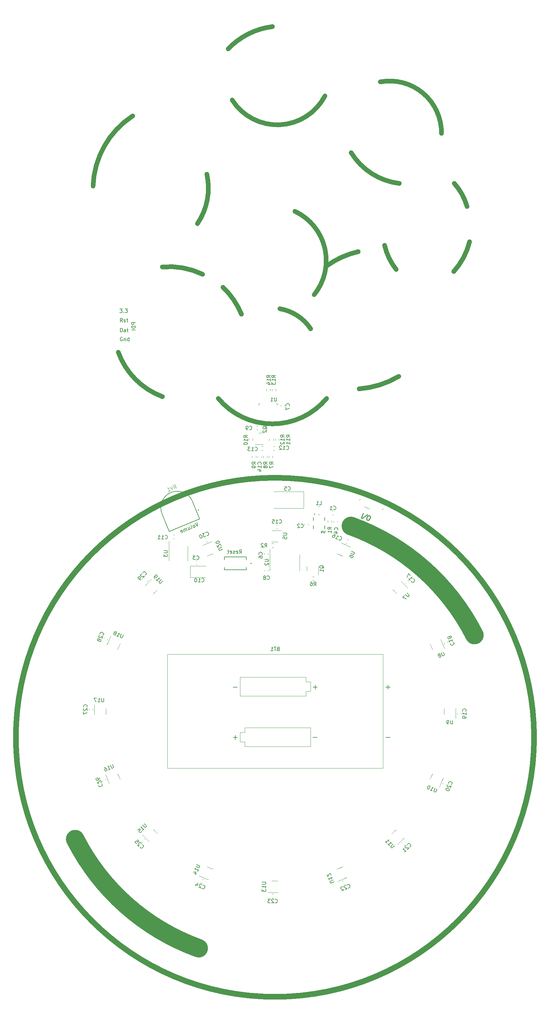
<source format=gbr>
%TF.GenerationSoftware,KiCad,Pcbnew,7.0.2*%
%TF.CreationDate,2023-05-26T22:51:46-07:00*%
%TF.ProjectId,plumbus-bfb,706c756d-6275-4732-9d62-66622e6b6963,rev?*%
%TF.SameCoordinates,Original*%
%TF.FileFunction,Legend,Bot*%
%TF.FilePolarity,Positive*%
%FSLAX46Y46*%
G04 Gerber Fmt 4.6, Leading zero omitted, Abs format (unit mm)*
G04 Created by KiCad (PCBNEW 7.0.2) date 2023-05-26 22:51:46*
%MOMM*%
%LPD*%
G01*
G04 APERTURE LIST*
%ADD10C,5.000000*%
%ADD11C,1.500000*%
%ADD12C,1.270000*%
%ADD13C,0.150000*%
%ADD14C,0.254000*%
%ADD15C,0.015000*%
%ADD16C,0.120000*%
%ADD17C,0.100000*%
%ADD18C,0.200000*%
%ADD19C,0.127000*%
G04 APERTURE END LIST*
D10*
X370638877Y-411692639D02*
G75*
G03*
X337251178Y-382244087I-53937701J-27501451D01*
G01*
X262763475Y-466695541D02*
G75*
G03*
X296151174Y-496144092I53937698J27501448D01*
G01*
D11*
X386750000Y-439250000D02*
G75*
G03*
X386750000Y-439250000I-70000000J0D01*
G01*
D12*
X326398810Y-329068590D02*
G75*
G03*
X318089210Y-323674189I-10449944J-6999915D01*
G01*
X297198811Y-314368590D02*
G75*
G03*
X286308294Y-312401806I-8999996J-18699975D01*
G01*
X278298811Y-271668589D02*
G75*
G03*
X267601234Y-290583991I12850003J-19750001D01*
G01*
X339498811Y-345268587D02*
G75*
G03*
X350200000Y-341900000I-1800056J24400186D01*
G01*
X305196615Y-267386446D02*
G75*
G03*
X330248810Y-266268589I12202196J7817859D01*
G01*
X316068520Y-247572343D02*
G75*
G03*
X304098811Y-253568589I2480295J-19896258D01*
G01*
X346363801Y-306558904D02*
G75*
G03*
X349498812Y-313068588I15885114J3640403D01*
G01*
X339246311Y-308266034D02*
G75*
G03*
X330848811Y-312018589I5152404J-22802367D01*
G01*
X368648798Y-296118592D02*
G75*
G03*
X365193870Y-289849216I-15399883J-4399909D01*
G01*
X274418830Y-335386341D02*
G75*
G03*
X286348811Y-347368587I18829960J6817731D01*
G01*
X295798810Y-300718588D02*
G75*
G03*
X298340966Y-287375775I-14099986J9599997D01*
G01*
X365048809Y-313618588D02*
G75*
G03*
X369322698Y-305593474I-13800044J12500027D01*
G01*
X337327457Y-281560805D02*
G75*
G03*
X350348811Y-289868588I15121408J9342294D01*
G01*
X361737035Y-276366395D02*
G75*
G03*
X345203289Y-262475857I-13983710J140584D01*
G01*
X307697302Y-325159294D02*
G75*
G03*
X302698810Y-317868590I-19498383J-8009222D01*
G01*
X301438318Y-347855008D02*
G75*
G03*
X330698811Y-347868589I14635903J12179892D01*
G01*
X327348811Y-319868589D02*
G75*
G03*
X322146430Y-297394950I-11399994J9200001D01*
G01*
D13*
X295742040Y-381260370D02*
X295816763Y-382311810D01*
X295816763Y-382311810D02*
X295126120Y-381515492D01*
X295068861Y-382621602D02*
X295138626Y-382541161D01*
X295138626Y-382541161D02*
X295164398Y-382478944D01*
X295164398Y-382478944D02*
X295171946Y-382372733D01*
X295171946Y-382372733D02*
X295062608Y-382108767D01*
X295062608Y-382108767D02*
X294982167Y-382039002D01*
X294982167Y-382039002D02*
X294919950Y-382013230D01*
X294919950Y-382013230D02*
X294813739Y-382005682D01*
X294813739Y-382005682D02*
X294681756Y-382060351D01*
X294681756Y-382060351D02*
X294611990Y-382140791D01*
X294611990Y-382140791D02*
X294586219Y-382203009D01*
X294586219Y-382203009D02*
X294578671Y-382309220D01*
X294578671Y-382309220D02*
X294688009Y-382573186D01*
X294688009Y-382573186D02*
X294768449Y-382642951D01*
X294768449Y-382642951D02*
X294830667Y-382668723D01*
X294830667Y-382668723D02*
X294936878Y-382676271D01*
X294936878Y-382676271D02*
X295068861Y-382621602D01*
X294232970Y-382967839D02*
X294302735Y-382887399D01*
X294302735Y-382887399D02*
X294310284Y-382781187D01*
X294310284Y-382781187D02*
X293982269Y-381989291D01*
X293229945Y-382661711D02*
X293485067Y-383277631D01*
X293625893Y-382497704D02*
X293826346Y-382981641D01*
X293826346Y-382981641D02*
X293818798Y-383087852D01*
X293818798Y-383087852D02*
X293749032Y-383168293D01*
X293749032Y-383168293D02*
X293617050Y-383222962D01*
X293617050Y-383222962D02*
X293510838Y-383215413D01*
X293510838Y-383215413D02*
X293448621Y-383189642D01*
X293045124Y-383459861D02*
X292790002Y-382843941D01*
X292826448Y-382931930D02*
X292764231Y-382906159D01*
X292764231Y-382906159D02*
X292658019Y-382898610D01*
X292658019Y-382898610D02*
X292526036Y-382953279D01*
X292526036Y-382953279D02*
X292456271Y-383033720D01*
X292456271Y-383033720D02*
X292448723Y-383139931D01*
X292448723Y-383139931D02*
X292649176Y-383623868D01*
X292448723Y-383139931D02*
X292368282Y-383070166D01*
X292368282Y-383070166D02*
X292262071Y-383062618D01*
X292262071Y-383062618D02*
X292130088Y-383117287D01*
X292130088Y-383117287D02*
X292060322Y-383197727D01*
X292060322Y-383197727D02*
X292052774Y-383303938D01*
X292052774Y-383303938D02*
X292253227Y-383787875D01*
X291443108Y-384071895D02*
X291549319Y-384079444D01*
X291549319Y-384079444D02*
X291725297Y-384006551D01*
X291725297Y-384006551D02*
X291795062Y-383926111D01*
X291795062Y-383926111D02*
X291802610Y-383819900D01*
X291802610Y-383819900D02*
X291656826Y-383467946D01*
X291656826Y-383467946D02*
X291576386Y-383398180D01*
X291576386Y-383398180D02*
X291470174Y-383390632D01*
X291470174Y-383390632D02*
X291294197Y-383463524D01*
X291294197Y-383463524D02*
X291224432Y-383543964D01*
X291224432Y-383543964D02*
X291216883Y-383650176D01*
X291216883Y-383650176D02*
X291253330Y-383738164D01*
X291253330Y-383738164D02*
X291729718Y-383643923D01*
X274988095Y-329927619D02*
X274988095Y-328927619D01*
X274988095Y-328927619D02*
X275226190Y-328927619D01*
X275226190Y-328927619D02*
X275369047Y-328975238D01*
X275369047Y-328975238D02*
X275464285Y-329070476D01*
X275464285Y-329070476D02*
X275511904Y-329165714D01*
X275511904Y-329165714D02*
X275559523Y-329356190D01*
X275559523Y-329356190D02*
X275559523Y-329499047D01*
X275559523Y-329499047D02*
X275511904Y-329689523D01*
X275511904Y-329689523D02*
X275464285Y-329784761D01*
X275464285Y-329784761D02*
X275369047Y-329880000D01*
X275369047Y-329880000D02*
X275226190Y-329927619D01*
X275226190Y-329927619D02*
X274988095Y-329927619D01*
X276416666Y-329927619D02*
X276416666Y-329403809D01*
X276416666Y-329403809D02*
X276369047Y-329308571D01*
X276369047Y-329308571D02*
X276273809Y-329260952D01*
X276273809Y-329260952D02*
X276083333Y-329260952D01*
X276083333Y-329260952D02*
X275988095Y-329308571D01*
X276416666Y-329880000D02*
X276321428Y-329927619D01*
X276321428Y-329927619D02*
X276083333Y-329927619D01*
X276083333Y-329927619D02*
X275988095Y-329880000D01*
X275988095Y-329880000D02*
X275940476Y-329784761D01*
X275940476Y-329784761D02*
X275940476Y-329689523D01*
X275940476Y-329689523D02*
X275988095Y-329594285D01*
X275988095Y-329594285D02*
X276083333Y-329546666D01*
X276083333Y-329546666D02*
X276321428Y-329546666D01*
X276321428Y-329546666D02*
X276416666Y-329499047D01*
X276750000Y-329260952D02*
X277130952Y-329260952D01*
X276892857Y-328927619D02*
X276892857Y-329784761D01*
X276892857Y-329784761D02*
X276940476Y-329880000D01*
X276940476Y-329880000D02*
X277035714Y-329927619D01*
X277035714Y-329927619D02*
X277130952Y-329927619D01*
X275559523Y-327227619D02*
X275226190Y-326751428D01*
X274988095Y-327227619D02*
X274988095Y-326227619D01*
X274988095Y-326227619D02*
X275369047Y-326227619D01*
X275369047Y-326227619D02*
X275464285Y-326275238D01*
X275464285Y-326275238D02*
X275511904Y-326322857D01*
X275511904Y-326322857D02*
X275559523Y-326418095D01*
X275559523Y-326418095D02*
X275559523Y-326560952D01*
X275559523Y-326560952D02*
X275511904Y-326656190D01*
X275511904Y-326656190D02*
X275464285Y-326703809D01*
X275464285Y-326703809D02*
X275369047Y-326751428D01*
X275369047Y-326751428D02*
X274988095Y-326751428D01*
X275940476Y-327180000D02*
X276035714Y-327227619D01*
X276035714Y-327227619D02*
X276226190Y-327227619D01*
X276226190Y-327227619D02*
X276321428Y-327180000D01*
X276321428Y-327180000D02*
X276369047Y-327084761D01*
X276369047Y-327084761D02*
X276369047Y-327037142D01*
X276369047Y-327037142D02*
X276321428Y-326941904D01*
X276321428Y-326941904D02*
X276226190Y-326894285D01*
X276226190Y-326894285D02*
X276083333Y-326894285D01*
X276083333Y-326894285D02*
X275988095Y-326846666D01*
X275988095Y-326846666D02*
X275940476Y-326751428D01*
X275940476Y-326751428D02*
X275940476Y-326703809D01*
X275940476Y-326703809D02*
X275988095Y-326608571D01*
X275988095Y-326608571D02*
X276083333Y-326560952D01*
X276083333Y-326560952D02*
X276226190Y-326560952D01*
X276226190Y-326560952D02*
X276321428Y-326608571D01*
X276654762Y-326560952D02*
X277035714Y-326560952D01*
X276797619Y-326227619D02*
X276797619Y-327084761D01*
X276797619Y-327084761D02*
X276845238Y-327180000D01*
X276845238Y-327180000D02*
X276940476Y-327227619D01*
X276940476Y-327227619D02*
X277035714Y-327227619D01*
X275511904Y-331375238D02*
X275416666Y-331327619D01*
X275416666Y-331327619D02*
X275273809Y-331327619D01*
X275273809Y-331327619D02*
X275130952Y-331375238D01*
X275130952Y-331375238D02*
X275035714Y-331470476D01*
X275035714Y-331470476D02*
X274988095Y-331565714D01*
X274988095Y-331565714D02*
X274940476Y-331756190D01*
X274940476Y-331756190D02*
X274940476Y-331899047D01*
X274940476Y-331899047D02*
X274988095Y-332089523D01*
X274988095Y-332089523D02*
X275035714Y-332184761D01*
X275035714Y-332184761D02*
X275130952Y-332280000D01*
X275130952Y-332280000D02*
X275273809Y-332327619D01*
X275273809Y-332327619D02*
X275369047Y-332327619D01*
X275369047Y-332327619D02*
X275511904Y-332280000D01*
X275511904Y-332280000D02*
X275559523Y-332232380D01*
X275559523Y-332232380D02*
X275559523Y-331899047D01*
X275559523Y-331899047D02*
X275369047Y-331899047D01*
X275988095Y-331660952D02*
X275988095Y-332327619D01*
X275988095Y-331756190D02*
X276035714Y-331708571D01*
X276035714Y-331708571D02*
X276130952Y-331660952D01*
X276130952Y-331660952D02*
X276273809Y-331660952D01*
X276273809Y-331660952D02*
X276369047Y-331708571D01*
X276369047Y-331708571D02*
X276416666Y-331803809D01*
X276416666Y-331803809D02*
X276416666Y-332327619D01*
X277321428Y-332327619D02*
X277321428Y-331327619D01*
X277321428Y-332280000D02*
X277226190Y-332327619D01*
X277226190Y-332327619D02*
X277035714Y-332327619D01*
X277035714Y-332327619D02*
X276940476Y-332280000D01*
X276940476Y-332280000D02*
X276892857Y-332232380D01*
X276892857Y-332232380D02*
X276845238Y-332137142D01*
X276845238Y-332137142D02*
X276845238Y-331851428D01*
X276845238Y-331851428D02*
X276892857Y-331756190D01*
X276892857Y-331756190D02*
X276940476Y-331708571D01*
X276940476Y-331708571D02*
X277035714Y-331660952D01*
X277035714Y-331660952D02*
X277226190Y-331660952D01*
X277226190Y-331660952D02*
X277321428Y-331708571D01*
X274842857Y-323727619D02*
X275461904Y-323727619D01*
X275461904Y-323727619D02*
X275128571Y-324108571D01*
X275128571Y-324108571D02*
X275271428Y-324108571D01*
X275271428Y-324108571D02*
X275366666Y-324156190D01*
X275366666Y-324156190D02*
X275414285Y-324203809D01*
X275414285Y-324203809D02*
X275461904Y-324299047D01*
X275461904Y-324299047D02*
X275461904Y-324537142D01*
X275461904Y-324537142D02*
X275414285Y-324632380D01*
X275414285Y-324632380D02*
X275366666Y-324680000D01*
X275366666Y-324680000D02*
X275271428Y-324727619D01*
X275271428Y-324727619D02*
X274985714Y-324727619D01*
X274985714Y-324727619D02*
X274890476Y-324680000D01*
X274890476Y-324680000D02*
X274842857Y-324632380D01*
X275890476Y-324632380D02*
X275938095Y-324680000D01*
X275938095Y-324680000D02*
X275890476Y-324727619D01*
X275890476Y-324727619D02*
X275842857Y-324680000D01*
X275842857Y-324680000D02*
X275890476Y-324632380D01*
X275890476Y-324632380D02*
X275890476Y-324727619D01*
X276271428Y-323727619D02*
X276890475Y-323727619D01*
X276890475Y-323727619D02*
X276557142Y-324108571D01*
X276557142Y-324108571D02*
X276699999Y-324108571D01*
X276699999Y-324108571D02*
X276795237Y-324156190D01*
X276795237Y-324156190D02*
X276842856Y-324203809D01*
X276842856Y-324203809D02*
X276890475Y-324299047D01*
X276890475Y-324299047D02*
X276890475Y-324537142D01*
X276890475Y-324537142D02*
X276842856Y-324632380D01*
X276842856Y-324632380D02*
X276795237Y-324680000D01*
X276795237Y-324680000D02*
X276699999Y-324727619D01*
X276699999Y-324727619D02*
X276414285Y-324727619D01*
X276414285Y-324727619D02*
X276319047Y-324680000D01*
X276319047Y-324680000D02*
X276271428Y-324632380D01*
%TO.C,PDI*%
X279062619Y-327350000D02*
X278062619Y-327350000D01*
X278062619Y-327350000D02*
X278062619Y-327730952D01*
X278062619Y-327730952D02*
X278110238Y-327826190D01*
X278110238Y-327826190D02*
X278157857Y-327873809D01*
X278157857Y-327873809D02*
X278253095Y-327921428D01*
X278253095Y-327921428D02*
X278395952Y-327921428D01*
X278395952Y-327921428D02*
X278491190Y-327873809D01*
X278491190Y-327873809D02*
X278538809Y-327826190D01*
X278538809Y-327826190D02*
X278586428Y-327730952D01*
X278586428Y-327730952D02*
X278586428Y-327350000D01*
X279062619Y-328350000D02*
X278062619Y-328350000D01*
X278062619Y-328350000D02*
X278062619Y-328588095D01*
X278062619Y-328588095D02*
X278110238Y-328730952D01*
X278110238Y-328730952D02*
X278205476Y-328826190D01*
X278205476Y-328826190D02*
X278300714Y-328873809D01*
X278300714Y-328873809D02*
X278491190Y-328921428D01*
X278491190Y-328921428D02*
X278634047Y-328921428D01*
X278634047Y-328921428D02*
X278824523Y-328873809D01*
X278824523Y-328873809D02*
X278919761Y-328826190D01*
X278919761Y-328826190D02*
X279015000Y-328730952D01*
X279015000Y-328730952D02*
X279062619Y-328588095D01*
X279062619Y-328588095D02*
X279062619Y-328350000D01*
X279062619Y-329350000D02*
X278062619Y-329350000D01*
%TO.C,BT1*%
X317585714Y-415398809D02*
X317442857Y-415446428D01*
X317442857Y-415446428D02*
X317395238Y-415494047D01*
X317395238Y-415494047D02*
X317347619Y-415589285D01*
X317347619Y-415589285D02*
X317347619Y-415732142D01*
X317347619Y-415732142D02*
X317395238Y-415827380D01*
X317395238Y-415827380D02*
X317442857Y-415875000D01*
X317442857Y-415875000D02*
X317538095Y-415922619D01*
X317538095Y-415922619D02*
X317919047Y-415922619D01*
X317919047Y-415922619D02*
X317919047Y-414922619D01*
X317919047Y-414922619D02*
X317585714Y-414922619D01*
X317585714Y-414922619D02*
X317490476Y-414970238D01*
X317490476Y-414970238D02*
X317442857Y-415017857D01*
X317442857Y-415017857D02*
X317395238Y-415113095D01*
X317395238Y-415113095D02*
X317395238Y-415208333D01*
X317395238Y-415208333D02*
X317442857Y-415303571D01*
X317442857Y-415303571D02*
X317490476Y-415351190D01*
X317490476Y-415351190D02*
X317585714Y-415398809D01*
X317585714Y-415398809D02*
X317919047Y-415398809D01*
X317061904Y-414922619D02*
X316490476Y-414922619D01*
X316776190Y-415922619D02*
X316776190Y-414922619D01*
X315633333Y-415922619D02*
X316204761Y-415922619D01*
X315919047Y-415922619D02*
X315919047Y-414922619D01*
X315919047Y-414922619D02*
X316014285Y-415065476D01*
X316014285Y-415065476D02*
X316109523Y-415160714D01*
X316109523Y-415160714D02*
X316204761Y-415208333D01*
X347871428Y-439282500D02*
X346728571Y-439282500D01*
X347871428Y-425692500D02*
X346728571Y-425692500D01*
X347299999Y-426263928D02*
X347299999Y-425121071D01*
X328166428Y-425692500D02*
X327023571Y-425692500D01*
X327594999Y-426263928D02*
X327594999Y-425121071D01*
X306576428Y-425692500D02*
X305433571Y-425692500D01*
X328166428Y-439282500D02*
X327023571Y-439282500D01*
X306576428Y-439282500D02*
X305433571Y-439282500D01*
X306004999Y-439853928D02*
X306004999Y-438711071D01*
D14*
%TO.C,O\u005CI*%
X342343389Y-379543481D02*
X342119898Y-379450908D01*
X342119898Y-379450908D02*
X341985009Y-379460494D01*
X341985009Y-379460494D02*
X341826977Y-379525953D01*
X341826977Y-379525953D02*
X341678531Y-379726301D01*
X341678531Y-379726301D02*
X341516529Y-380117410D01*
X341516529Y-380117410D02*
X341479829Y-380364044D01*
X341479829Y-380364044D02*
X341545288Y-380522076D01*
X341545288Y-380522076D02*
X341633890Y-380624235D01*
X341633890Y-380624235D02*
X341857381Y-380716808D01*
X341857381Y-380716808D02*
X341992269Y-380707222D01*
X341992269Y-380707222D02*
X342150301Y-380641763D01*
X342150301Y-380641763D02*
X342298747Y-380441415D01*
X342298747Y-380441415D02*
X342460749Y-380050306D01*
X342460749Y-380050306D02*
X342497450Y-379803672D01*
X342497450Y-379803672D02*
X342431991Y-379645640D01*
X342431991Y-379645640D02*
X342343389Y-379543481D01*
X341775075Y-379177160D02*
X340144499Y-380269145D01*
X340069454Y-379976224D02*
X340555462Y-378802897D01*
D13*
%TO.C,U4*%
X330237619Y-383506076D02*
X330237619Y-384024171D01*
X330237619Y-384024171D02*
X330207142Y-384085123D01*
X330207142Y-384085123D02*
X330176666Y-384115600D01*
X330176666Y-384115600D02*
X330115714Y-384146076D01*
X330115714Y-384146076D02*
X329993809Y-384146076D01*
X329993809Y-384146076D02*
X329932857Y-384115600D01*
X329932857Y-384115600D02*
X329902380Y-384085123D01*
X329902380Y-384085123D02*
X329871904Y-384024171D01*
X329871904Y-384024171D02*
X329871904Y-383506076D01*
X329292857Y-383719409D02*
X329292857Y-384146076D01*
X329445238Y-383475600D02*
X329597619Y-383932742D01*
X329597619Y-383932742D02*
X329201428Y-383932742D01*
%TO.C,C8*%
X314616666Y-396617380D02*
X314664285Y-396665000D01*
X314664285Y-396665000D02*
X314807142Y-396712619D01*
X314807142Y-396712619D02*
X314902380Y-396712619D01*
X314902380Y-396712619D02*
X315045237Y-396665000D01*
X315045237Y-396665000D02*
X315140475Y-396569761D01*
X315140475Y-396569761D02*
X315188094Y-396474523D01*
X315188094Y-396474523D02*
X315235713Y-396284047D01*
X315235713Y-396284047D02*
X315235713Y-396141190D01*
X315235713Y-396141190D02*
X315188094Y-395950714D01*
X315188094Y-395950714D02*
X315140475Y-395855476D01*
X315140475Y-395855476D02*
X315045237Y-395760238D01*
X315045237Y-395760238D02*
X314902380Y-395712619D01*
X314902380Y-395712619D02*
X314807142Y-395712619D01*
X314807142Y-395712619D02*
X314664285Y-395760238D01*
X314664285Y-395760238D02*
X314616666Y-395807857D01*
X314045237Y-396141190D02*
X314140475Y-396093571D01*
X314140475Y-396093571D02*
X314188094Y-396045952D01*
X314188094Y-396045952D02*
X314235713Y-395950714D01*
X314235713Y-395950714D02*
X314235713Y-395903095D01*
X314235713Y-395903095D02*
X314188094Y-395807857D01*
X314188094Y-395807857D02*
X314140475Y-395760238D01*
X314140475Y-395760238D02*
X314045237Y-395712619D01*
X314045237Y-395712619D02*
X313854761Y-395712619D01*
X313854761Y-395712619D02*
X313759523Y-395760238D01*
X313759523Y-395760238D02*
X313711904Y-395807857D01*
X313711904Y-395807857D02*
X313664285Y-395903095D01*
X313664285Y-395903095D02*
X313664285Y-395950714D01*
X313664285Y-395950714D02*
X313711904Y-396045952D01*
X313711904Y-396045952D02*
X313759523Y-396093571D01*
X313759523Y-396093571D02*
X313854761Y-396141190D01*
X313854761Y-396141190D02*
X314045237Y-396141190D01*
X314045237Y-396141190D02*
X314140475Y-396188809D01*
X314140475Y-396188809D02*
X314188094Y-396236428D01*
X314188094Y-396236428D02*
X314235713Y-396331666D01*
X314235713Y-396331666D02*
X314235713Y-396522142D01*
X314235713Y-396522142D02*
X314188094Y-396617380D01*
X314188094Y-396617380D02*
X314140475Y-396665000D01*
X314140475Y-396665000D02*
X314045237Y-396712619D01*
X314045237Y-396712619D02*
X313854761Y-396712619D01*
X313854761Y-396712619D02*
X313759523Y-396665000D01*
X313759523Y-396665000D02*
X313711904Y-396617380D01*
X313711904Y-396617380D02*
X313664285Y-396522142D01*
X313664285Y-396522142D02*
X313664285Y-396331666D01*
X313664285Y-396331666D02*
X313711904Y-396236428D01*
X313711904Y-396236428D02*
X313759523Y-396188809D01*
X313759523Y-396188809D02*
X313854761Y-396141190D01*
%TO.C,R9*%
X311562619Y-365633333D02*
X311086428Y-365300000D01*
X311562619Y-365061905D02*
X310562619Y-365061905D01*
X310562619Y-365061905D02*
X310562619Y-365442857D01*
X310562619Y-365442857D02*
X310610238Y-365538095D01*
X310610238Y-365538095D02*
X310657857Y-365585714D01*
X310657857Y-365585714D02*
X310753095Y-365633333D01*
X310753095Y-365633333D02*
X310895952Y-365633333D01*
X310895952Y-365633333D02*
X310991190Y-365585714D01*
X310991190Y-365585714D02*
X311038809Y-365538095D01*
X311038809Y-365538095D02*
X311086428Y-365442857D01*
X311086428Y-365442857D02*
X311086428Y-365061905D01*
X311562619Y-366109524D02*
X311562619Y-366300000D01*
X311562619Y-366300000D02*
X311515000Y-366395238D01*
X311515000Y-366395238D02*
X311467380Y-366442857D01*
X311467380Y-366442857D02*
X311324523Y-366538095D01*
X311324523Y-366538095D02*
X311134047Y-366585714D01*
X311134047Y-366585714D02*
X310753095Y-366585714D01*
X310753095Y-366585714D02*
X310657857Y-366538095D01*
X310657857Y-366538095D02*
X310610238Y-366490476D01*
X310610238Y-366490476D02*
X310562619Y-366395238D01*
X310562619Y-366395238D02*
X310562619Y-366204762D01*
X310562619Y-366204762D02*
X310610238Y-366109524D01*
X310610238Y-366109524D02*
X310657857Y-366061905D01*
X310657857Y-366061905D02*
X310753095Y-366014286D01*
X310753095Y-366014286D02*
X310991190Y-366014286D01*
X310991190Y-366014286D02*
X311086428Y-366061905D01*
X311086428Y-366061905D02*
X311134047Y-366109524D01*
X311134047Y-366109524D02*
X311181666Y-366204762D01*
X311181666Y-366204762D02*
X311181666Y-366395238D01*
X311181666Y-366395238D02*
X311134047Y-366490476D01*
X311134047Y-366490476D02*
X311086428Y-366538095D01*
X311086428Y-366538095D02*
X310991190Y-366585714D01*
%TO.C,U12*%
X332711799Y-478247444D02*
X331963897Y-478557235D01*
X331963897Y-478557235D02*
X331857685Y-478549687D01*
X331857685Y-478549687D02*
X331795468Y-478523916D01*
X331795468Y-478523916D02*
X331715028Y-478454151D01*
X331715028Y-478454151D02*
X331642135Y-478278173D01*
X331642135Y-478278173D02*
X331649684Y-478171962D01*
X331649684Y-478171962D02*
X331675455Y-478109745D01*
X331675455Y-478109745D02*
X331745220Y-478029304D01*
X331745220Y-478029304D02*
X332493123Y-477719513D01*
X331186560Y-477178317D02*
X331405236Y-477706248D01*
X331295898Y-477442282D02*
X332219778Y-477059599D01*
X332219778Y-477059599D02*
X332124241Y-477202257D01*
X332124241Y-477202257D02*
X332072698Y-477326691D01*
X332072698Y-477326691D02*
X332065150Y-477432903D01*
X331876667Y-476480125D02*
X331902438Y-476417908D01*
X331902438Y-476417908D02*
X331909986Y-476311697D01*
X331909986Y-476311697D02*
X331818871Y-476091725D01*
X331818871Y-476091725D02*
X331738431Y-476021960D01*
X331738431Y-476021960D02*
X331676214Y-475996188D01*
X331676214Y-475996188D02*
X331570002Y-475988640D01*
X331570002Y-475988640D02*
X331482013Y-476025086D01*
X331482013Y-476025086D02*
X331368254Y-476123750D01*
X331368254Y-476123750D02*
X331058999Y-476870357D01*
X331058999Y-476870357D02*
X330822099Y-476298432D01*
%TO.C,C12*%
X319842857Y-361567380D02*
X319890476Y-361615000D01*
X319890476Y-361615000D02*
X320033333Y-361662619D01*
X320033333Y-361662619D02*
X320128571Y-361662619D01*
X320128571Y-361662619D02*
X320271428Y-361615000D01*
X320271428Y-361615000D02*
X320366666Y-361519761D01*
X320366666Y-361519761D02*
X320414285Y-361424523D01*
X320414285Y-361424523D02*
X320461904Y-361234047D01*
X320461904Y-361234047D02*
X320461904Y-361091190D01*
X320461904Y-361091190D02*
X320414285Y-360900714D01*
X320414285Y-360900714D02*
X320366666Y-360805476D01*
X320366666Y-360805476D02*
X320271428Y-360710238D01*
X320271428Y-360710238D02*
X320128571Y-360662619D01*
X320128571Y-360662619D02*
X320033333Y-360662619D01*
X320033333Y-360662619D02*
X319890476Y-360710238D01*
X319890476Y-360710238D02*
X319842857Y-360757857D01*
X318890476Y-361662619D02*
X319461904Y-361662619D01*
X319176190Y-361662619D02*
X319176190Y-360662619D01*
X319176190Y-360662619D02*
X319271428Y-360805476D01*
X319271428Y-360805476D02*
X319366666Y-360900714D01*
X319366666Y-360900714D02*
X319461904Y-360948333D01*
X318509523Y-360757857D02*
X318461904Y-360710238D01*
X318461904Y-360710238D02*
X318366666Y-360662619D01*
X318366666Y-360662619D02*
X318128571Y-360662619D01*
X318128571Y-360662619D02*
X318033333Y-360710238D01*
X318033333Y-360710238D02*
X317985714Y-360757857D01*
X317985714Y-360757857D02*
X317938095Y-360853095D01*
X317938095Y-360853095D02*
X317938095Y-360948333D01*
X317938095Y-360948333D02*
X317985714Y-361091190D01*
X317985714Y-361091190D02*
X318557142Y-361662619D01*
X318557142Y-361662619D02*
X317938095Y-361662619D01*
%TO.C,R8*%
X314662619Y-365633333D02*
X314186428Y-365300000D01*
X314662619Y-365061905D02*
X313662619Y-365061905D01*
X313662619Y-365061905D02*
X313662619Y-365442857D01*
X313662619Y-365442857D02*
X313710238Y-365538095D01*
X313710238Y-365538095D02*
X313757857Y-365585714D01*
X313757857Y-365585714D02*
X313853095Y-365633333D01*
X313853095Y-365633333D02*
X313995952Y-365633333D01*
X313995952Y-365633333D02*
X314091190Y-365585714D01*
X314091190Y-365585714D02*
X314138809Y-365538095D01*
X314138809Y-365538095D02*
X314186428Y-365442857D01*
X314186428Y-365442857D02*
X314186428Y-365061905D01*
X314091190Y-366204762D02*
X314043571Y-366109524D01*
X314043571Y-366109524D02*
X313995952Y-366061905D01*
X313995952Y-366061905D02*
X313900714Y-366014286D01*
X313900714Y-366014286D02*
X313853095Y-366014286D01*
X313853095Y-366014286D02*
X313757857Y-366061905D01*
X313757857Y-366061905D02*
X313710238Y-366109524D01*
X313710238Y-366109524D02*
X313662619Y-366204762D01*
X313662619Y-366204762D02*
X313662619Y-366395238D01*
X313662619Y-366395238D02*
X313710238Y-366490476D01*
X313710238Y-366490476D02*
X313757857Y-366538095D01*
X313757857Y-366538095D02*
X313853095Y-366585714D01*
X313853095Y-366585714D02*
X313900714Y-366585714D01*
X313900714Y-366585714D02*
X313995952Y-366538095D01*
X313995952Y-366538095D02*
X314043571Y-366490476D01*
X314043571Y-366490476D02*
X314091190Y-366395238D01*
X314091190Y-366395238D02*
X314091190Y-366204762D01*
X314091190Y-366204762D02*
X314138809Y-366109524D01*
X314138809Y-366109524D02*
X314186428Y-366061905D01*
X314186428Y-366061905D02*
X314281666Y-366014286D01*
X314281666Y-366014286D02*
X314472142Y-366014286D01*
X314472142Y-366014286D02*
X314567380Y-366061905D01*
X314567380Y-366061905D02*
X314615000Y-366109524D01*
X314615000Y-366109524D02*
X314662619Y-366204762D01*
X314662619Y-366204762D02*
X314662619Y-366395238D01*
X314662619Y-366395238D02*
X314615000Y-366490476D01*
X314615000Y-366490476D02*
X314567380Y-366538095D01*
X314567380Y-366538095D02*
X314472142Y-366585714D01*
X314472142Y-366585714D02*
X314281666Y-366585714D01*
X314281666Y-366585714D02*
X314186428Y-366538095D01*
X314186428Y-366538095D02*
X314138809Y-366490476D01*
X314138809Y-366490476D02*
X314091190Y-366395238D01*
%TO.C,Q2*%
X314557857Y-356104761D02*
X314510238Y-356009523D01*
X314510238Y-356009523D02*
X314415000Y-355914285D01*
X314415000Y-355914285D02*
X314272142Y-355771428D01*
X314272142Y-355771428D02*
X314224523Y-355676190D01*
X314224523Y-355676190D02*
X314224523Y-355580952D01*
X314462619Y-355628571D02*
X314415000Y-355533333D01*
X314415000Y-355533333D02*
X314319761Y-355438095D01*
X314319761Y-355438095D02*
X314129285Y-355390476D01*
X314129285Y-355390476D02*
X313795952Y-355390476D01*
X313795952Y-355390476D02*
X313605476Y-355438095D01*
X313605476Y-355438095D02*
X313510238Y-355533333D01*
X313510238Y-355533333D02*
X313462619Y-355628571D01*
X313462619Y-355628571D02*
X313462619Y-355819047D01*
X313462619Y-355819047D02*
X313510238Y-355914285D01*
X313510238Y-355914285D02*
X313605476Y-356009523D01*
X313605476Y-356009523D02*
X313795952Y-356057142D01*
X313795952Y-356057142D02*
X314129285Y-356057142D01*
X314129285Y-356057142D02*
X314319761Y-356009523D01*
X314319761Y-356009523D02*
X314415000Y-355914285D01*
X314415000Y-355914285D02*
X314462619Y-355819047D01*
X314462619Y-355819047D02*
X314462619Y-355628571D01*
X313557857Y-356438095D02*
X313510238Y-356485714D01*
X313510238Y-356485714D02*
X313462619Y-356580952D01*
X313462619Y-356580952D02*
X313462619Y-356819047D01*
X313462619Y-356819047D02*
X313510238Y-356914285D01*
X313510238Y-356914285D02*
X313557857Y-356961904D01*
X313557857Y-356961904D02*
X313653095Y-357009523D01*
X313653095Y-357009523D02*
X313748333Y-357009523D01*
X313748333Y-357009523D02*
X313891190Y-356961904D01*
X313891190Y-356961904D02*
X314462619Y-356390476D01*
X314462619Y-356390476D02*
X314462619Y-357009523D01*
%TO.C,C27*%
X265917696Y-431087142D02*
X265965316Y-431039523D01*
X265965316Y-431039523D02*
X266012935Y-430896666D01*
X266012935Y-430896666D02*
X266012935Y-430801428D01*
X266012935Y-430801428D02*
X265965316Y-430658571D01*
X265965316Y-430658571D02*
X265870077Y-430563333D01*
X265870077Y-430563333D02*
X265774839Y-430515714D01*
X265774839Y-430515714D02*
X265584363Y-430468095D01*
X265584363Y-430468095D02*
X265441506Y-430468095D01*
X265441506Y-430468095D02*
X265251030Y-430515714D01*
X265251030Y-430515714D02*
X265155792Y-430563333D01*
X265155792Y-430563333D02*
X265060554Y-430658571D01*
X265060554Y-430658571D02*
X265012935Y-430801428D01*
X265012935Y-430801428D02*
X265012935Y-430896666D01*
X265012935Y-430896666D02*
X265060554Y-431039523D01*
X265060554Y-431039523D02*
X265108173Y-431087142D01*
X265108173Y-431468095D02*
X265060554Y-431515714D01*
X265060554Y-431515714D02*
X265012935Y-431610952D01*
X265012935Y-431610952D02*
X265012935Y-431849047D01*
X265012935Y-431849047D02*
X265060554Y-431944285D01*
X265060554Y-431944285D02*
X265108173Y-431991904D01*
X265108173Y-431991904D02*
X265203411Y-432039523D01*
X265203411Y-432039523D02*
X265298649Y-432039523D01*
X265298649Y-432039523D02*
X265441506Y-431991904D01*
X265441506Y-431991904D02*
X266012935Y-431420476D01*
X266012935Y-431420476D02*
X266012935Y-432039523D01*
X265012935Y-432372857D02*
X265012935Y-433039523D01*
X265012935Y-433039523D02*
X266012935Y-432610952D01*
%TO.C,Reset*%
X307113095Y-389677619D02*
X307446428Y-389201428D01*
X307684523Y-389677619D02*
X307684523Y-388677619D01*
X307684523Y-388677619D02*
X307303571Y-388677619D01*
X307303571Y-388677619D02*
X307208333Y-388725238D01*
X307208333Y-388725238D02*
X307160714Y-388772857D01*
X307160714Y-388772857D02*
X307113095Y-388868095D01*
X307113095Y-388868095D02*
X307113095Y-389010952D01*
X307113095Y-389010952D02*
X307160714Y-389106190D01*
X307160714Y-389106190D02*
X307208333Y-389153809D01*
X307208333Y-389153809D02*
X307303571Y-389201428D01*
X307303571Y-389201428D02*
X307684523Y-389201428D01*
X306303571Y-389630000D02*
X306398809Y-389677619D01*
X306398809Y-389677619D02*
X306589285Y-389677619D01*
X306589285Y-389677619D02*
X306684523Y-389630000D01*
X306684523Y-389630000D02*
X306732142Y-389534761D01*
X306732142Y-389534761D02*
X306732142Y-389153809D01*
X306732142Y-389153809D02*
X306684523Y-389058571D01*
X306684523Y-389058571D02*
X306589285Y-389010952D01*
X306589285Y-389010952D02*
X306398809Y-389010952D01*
X306398809Y-389010952D02*
X306303571Y-389058571D01*
X306303571Y-389058571D02*
X306255952Y-389153809D01*
X306255952Y-389153809D02*
X306255952Y-389249047D01*
X306255952Y-389249047D02*
X306732142Y-389344285D01*
X305874999Y-389630000D02*
X305779761Y-389677619D01*
X305779761Y-389677619D02*
X305589285Y-389677619D01*
X305589285Y-389677619D02*
X305494047Y-389630000D01*
X305494047Y-389630000D02*
X305446428Y-389534761D01*
X305446428Y-389534761D02*
X305446428Y-389487142D01*
X305446428Y-389487142D02*
X305494047Y-389391904D01*
X305494047Y-389391904D02*
X305589285Y-389344285D01*
X305589285Y-389344285D02*
X305732142Y-389344285D01*
X305732142Y-389344285D02*
X305827380Y-389296666D01*
X305827380Y-389296666D02*
X305874999Y-389201428D01*
X305874999Y-389201428D02*
X305874999Y-389153809D01*
X305874999Y-389153809D02*
X305827380Y-389058571D01*
X305827380Y-389058571D02*
X305732142Y-389010952D01*
X305732142Y-389010952D02*
X305589285Y-389010952D01*
X305589285Y-389010952D02*
X305494047Y-389058571D01*
X304636904Y-389630000D02*
X304732142Y-389677619D01*
X304732142Y-389677619D02*
X304922618Y-389677619D01*
X304922618Y-389677619D02*
X305017856Y-389630000D01*
X305017856Y-389630000D02*
X305065475Y-389534761D01*
X305065475Y-389534761D02*
X305065475Y-389153809D01*
X305065475Y-389153809D02*
X305017856Y-389058571D01*
X305017856Y-389058571D02*
X304922618Y-389010952D01*
X304922618Y-389010952D02*
X304732142Y-389010952D01*
X304732142Y-389010952D02*
X304636904Y-389058571D01*
X304636904Y-389058571D02*
X304589285Y-389153809D01*
X304589285Y-389153809D02*
X304589285Y-389249047D01*
X304589285Y-389249047D02*
X305065475Y-389344285D01*
X304303570Y-389010952D02*
X303922618Y-389010952D01*
X304160713Y-388677619D02*
X304160713Y-389534761D01*
X304160713Y-389534761D02*
X304113094Y-389630000D01*
X304113094Y-389630000D02*
X304017856Y-389677619D01*
X304017856Y-389677619D02*
X303922618Y-389677619D01*
%TO.C,C21*%
X353092967Y-468789931D02*
X353160310Y-468789931D01*
X353160310Y-468789931D02*
X353294997Y-468722588D01*
X353294997Y-468722588D02*
X353362341Y-468655244D01*
X353362341Y-468655244D02*
X353429684Y-468520557D01*
X353429684Y-468520557D02*
X353429684Y-468385870D01*
X353429684Y-468385870D02*
X353396013Y-468284855D01*
X353396013Y-468284855D02*
X353294997Y-468116496D01*
X353294997Y-468116496D02*
X353193982Y-468015481D01*
X353193982Y-468015481D02*
X353025623Y-467914466D01*
X353025623Y-467914466D02*
X352924608Y-467880794D01*
X352924608Y-467880794D02*
X352789921Y-467880794D01*
X352789921Y-467880794D02*
X352655234Y-467948138D01*
X352655234Y-467948138D02*
X352587890Y-468015481D01*
X352587890Y-468015481D02*
X352520547Y-468150168D01*
X352520547Y-468150168D02*
X352520547Y-468217512D01*
X352251173Y-468486886D02*
X352183829Y-468486886D01*
X352183829Y-468486886D02*
X352082814Y-468520557D01*
X352082814Y-468520557D02*
X351914455Y-468688916D01*
X351914455Y-468688916D02*
X351880784Y-468789931D01*
X351880784Y-468789931D02*
X351880784Y-468857275D01*
X351880784Y-468857275D02*
X351914455Y-468958290D01*
X351914455Y-468958290D02*
X351981799Y-469025634D01*
X351981799Y-469025634D02*
X352116486Y-469092977D01*
X352116486Y-469092977D02*
X352924608Y-469092977D01*
X352924608Y-469092977D02*
X352486875Y-469530710D01*
X351813440Y-470204145D02*
X352217501Y-469800084D01*
X352015471Y-470002114D02*
X351308364Y-469295008D01*
X351308364Y-469295008D02*
X351476723Y-469328679D01*
X351476723Y-469328679D02*
X351611410Y-469328679D01*
X351611410Y-469328679D02*
X351712425Y-469295008D01*
%TO.C,C15*%
X317912857Y-381417696D02*
X317960476Y-381465316D01*
X317960476Y-381465316D02*
X318103333Y-381512935D01*
X318103333Y-381512935D02*
X318198571Y-381512935D01*
X318198571Y-381512935D02*
X318341428Y-381465316D01*
X318341428Y-381465316D02*
X318436666Y-381370077D01*
X318436666Y-381370077D02*
X318484285Y-381274839D01*
X318484285Y-381274839D02*
X318531904Y-381084363D01*
X318531904Y-381084363D02*
X318531904Y-380941506D01*
X318531904Y-380941506D02*
X318484285Y-380751030D01*
X318484285Y-380751030D02*
X318436666Y-380655792D01*
X318436666Y-380655792D02*
X318341428Y-380560554D01*
X318341428Y-380560554D02*
X318198571Y-380512935D01*
X318198571Y-380512935D02*
X318103333Y-380512935D01*
X318103333Y-380512935D02*
X317960476Y-380560554D01*
X317960476Y-380560554D02*
X317912857Y-380608173D01*
X316960476Y-381512935D02*
X317531904Y-381512935D01*
X317246190Y-381512935D02*
X317246190Y-380512935D01*
X317246190Y-380512935D02*
X317341428Y-380655792D01*
X317341428Y-380655792D02*
X317436666Y-380751030D01*
X317436666Y-380751030D02*
X317531904Y-380798649D01*
X316055714Y-380512935D02*
X316531904Y-380512935D01*
X316531904Y-380512935D02*
X316579523Y-380989125D01*
X316579523Y-380989125D02*
X316531904Y-380941506D01*
X316531904Y-380941506D02*
X316436666Y-380893887D01*
X316436666Y-380893887D02*
X316198571Y-380893887D01*
X316198571Y-380893887D02*
X316103333Y-380941506D01*
X316103333Y-380941506D02*
X316055714Y-380989125D01*
X316055714Y-380989125D02*
X316008095Y-381084363D01*
X316008095Y-381084363D02*
X316008095Y-381322458D01*
X316008095Y-381322458D02*
X316055714Y-381417696D01*
X316055714Y-381417696D02*
X316103333Y-381465316D01*
X316103333Y-381465316D02*
X316198571Y-381512935D01*
X316198571Y-381512935D02*
X316436666Y-381512935D01*
X316436666Y-381512935D02*
X316531904Y-381465316D01*
X316531904Y-381465316D02*
X316579523Y-381417696D01*
%TO.C,U18*%
X275795610Y-411587095D02*
X275485818Y-412334997D01*
X275485818Y-412334997D02*
X275405378Y-412404763D01*
X275405378Y-412404763D02*
X275343161Y-412430534D01*
X275343161Y-412430534D02*
X275236949Y-412438082D01*
X275236949Y-412438082D02*
X275060972Y-412365190D01*
X275060972Y-412365190D02*
X274991207Y-412284750D01*
X274991207Y-412284750D02*
X274965435Y-412222532D01*
X274965435Y-412222532D02*
X274957887Y-412116321D01*
X274957887Y-412116321D02*
X275267679Y-411368418D01*
X273961116Y-411909614D02*
X274489047Y-412128291D01*
X274225081Y-412018953D02*
X274607765Y-411095073D01*
X274607765Y-411095073D02*
X274641084Y-411263502D01*
X274641084Y-411263502D02*
X274692627Y-411387936D01*
X274692627Y-411387936D02*
X274762392Y-411468377D01*
X273651861Y-411163007D02*
X273758072Y-411155459D01*
X273758072Y-411155459D02*
X273820289Y-411129688D01*
X273820289Y-411129688D02*
X273900730Y-411059922D01*
X273900730Y-411059922D02*
X273918953Y-411015928D01*
X273918953Y-411015928D02*
X273911405Y-410909716D01*
X273911405Y-410909716D02*
X273885633Y-410847499D01*
X273885633Y-410847499D02*
X273815868Y-410767059D01*
X273815868Y-410767059D02*
X273639891Y-410694167D01*
X273639891Y-410694167D02*
X273533679Y-410701715D01*
X273533679Y-410701715D02*
X273471462Y-410727486D01*
X273471462Y-410727486D02*
X273391022Y-410797252D01*
X273391022Y-410797252D02*
X273372799Y-410841246D01*
X273372799Y-410841246D02*
X273380347Y-410947457D01*
X273380347Y-410947457D02*
X273406118Y-411009675D01*
X273406118Y-411009675D02*
X273475884Y-411090115D01*
X273475884Y-411090115D02*
X273651861Y-411163007D01*
X273651861Y-411163007D02*
X273721626Y-411243447D01*
X273721626Y-411243447D02*
X273747397Y-411305665D01*
X273747397Y-411305665D02*
X273754946Y-411411876D01*
X273754946Y-411411876D02*
X273682054Y-411587853D01*
X273682054Y-411587853D02*
X273601613Y-411657619D01*
X273601613Y-411657619D02*
X273539396Y-411683390D01*
X273539396Y-411683390D02*
X273433184Y-411690938D01*
X273433184Y-411690938D02*
X273257207Y-411618046D01*
X273257207Y-411618046D02*
X273187442Y-411537606D01*
X273187442Y-411537606D02*
X273161671Y-411475389D01*
X273161671Y-411475389D02*
X273154122Y-411369177D01*
X273154122Y-411369177D02*
X273227014Y-411193200D01*
X273227014Y-411193200D02*
X273307455Y-411123434D01*
X273307455Y-411123434D02*
X273369672Y-411097663D01*
X273369672Y-411097663D02*
X273475884Y-411090115D01*
%TO.C,R14*%
X315502619Y-342207142D02*
X315026428Y-341873809D01*
X315502619Y-341635714D02*
X314502619Y-341635714D01*
X314502619Y-341635714D02*
X314502619Y-342016666D01*
X314502619Y-342016666D02*
X314550238Y-342111904D01*
X314550238Y-342111904D02*
X314597857Y-342159523D01*
X314597857Y-342159523D02*
X314693095Y-342207142D01*
X314693095Y-342207142D02*
X314835952Y-342207142D01*
X314835952Y-342207142D02*
X314931190Y-342159523D01*
X314931190Y-342159523D02*
X314978809Y-342111904D01*
X314978809Y-342111904D02*
X315026428Y-342016666D01*
X315026428Y-342016666D02*
X315026428Y-341635714D01*
X315502619Y-343159523D02*
X315502619Y-342588095D01*
X315502619Y-342873809D02*
X314502619Y-342873809D01*
X314502619Y-342873809D02*
X314645476Y-342778571D01*
X314645476Y-342778571D02*
X314740714Y-342683333D01*
X314740714Y-342683333D02*
X314788333Y-342588095D01*
X314835952Y-344016666D02*
X315502619Y-344016666D01*
X314455000Y-343778571D02*
X315169285Y-343540476D01*
X315169285Y-343540476D02*
X315169285Y-344159523D01*
%TO.C,C3*%
X295566666Y-391217380D02*
X295614285Y-391265000D01*
X295614285Y-391265000D02*
X295757142Y-391312619D01*
X295757142Y-391312619D02*
X295852380Y-391312619D01*
X295852380Y-391312619D02*
X295995237Y-391265000D01*
X295995237Y-391265000D02*
X296090475Y-391169761D01*
X296090475Y-391169761D02*
X296138094Y-391074523D01*
X296138094Y-391074523D02*
X296185713Y-390884047D01*
X296185713Y-390884047D02*
X296185713Y-390741190D01*
X296185713Y-390741190D02*
X296138094Y-390550714D01*
X296138094Y-390550714D02*
X296090475Y-390455476D01*
X296090475Y-390455476D02*
X295995237Y-390360238D01*
X295995237Y-390360238D02*
X295852380Y-390312619D01*
X295852380Y-390312619D02*
X295757142Y-390312619D01*
X295757142Y-390312619D02*
X295614285Y-390360238D01*
X295614285Y-390360238D02*
X295566666Y-390407857D01*
X295233332Y-390312619D02*
X294614285Y-390312619D01*
X294614285Y-390312619D02*
X294947618Y-390693571D01*
X294947618Y-390693571D02*
X294804761Y-390693571D01*
X294804761Y-390693571D02*
X294709523Y-390741190D01*
X294709523Y-390741190D02*
X294661904Y-390788809D01*
X294661904Y-390788809D02*
X294614285Y-390884047D01*
X294614285Y-390884047D02*
X294614285Y-391122142D01*
X294614285Y-391122142D02*
X294661904Y-391217380D01*
X294661904Y-391217380D02*
X294709523Y-391265000D01*
X294709523Y-391265000D02*
X294804761Y-391312619D01*
X294804761Y-391312619D02*
X295090475Y-391312619D01*
X295090475Y-391312619D02*
X295185713Y-391265000D01*
X295185713Y-391265000D02*
X295233332Y-391217380D01*
%TO.C,U10*%
X360527440Y-453148738D02*
X360217648Y-453896640D01*
X360217648Y-453896640D02*
X360137208Y-453966406D01*
X360137208Y-453966406D02*
X360074991Y-453992177D01*
X360074991Y-453992177D02*
X359968779Y-453999725D01*
X359968779Y-453999725D02*
X359792802Y-453926833D01*
X359792802Y-453926833D02*
X359723037Y-453846393D01*
X359723037Y-453846393D02*
X359697265Y-453784175D01*
X359697265Y-453784175D02*
X359689717Y-453677964D01*
X359689717Y-453677964D02*
X359999509Y-452930061D01*
X358692946Y-453471257D02*
X359220877Y-453689934D01*
X358956911Y-453580596D02*
X359339595Y-452656716D01*
X359339595Y-452656716D02*
X359372914Y-452825145D01*
X359372914Y-452825145D02*
X359424457Y-452949579D01*
X359424457Y-452949579D02*
X359494222Y-453030020D01*
X358503704Y-452310479D02*
X358415715Y-452274033D01*
X358415715Y-452274033D02*
X358309504Y-452281581D01*
X358309504Y-452281581D02*
X358247286Y-452307352D01*
X358247286Y-452307352D02*
X358166846Y-452377118D01*
X358166846Y-452377118D02*
X358049960Y-452534872D01*
X358049960Y-452534872D02*
X357958844Y-452754843D01*
X357958844Y-452754843D02*
X357929947Y-452949043D01*
X357929947Y-452949043D02*
X357937495Y-453055255D01*
X357937495Y-453055255D02*
X357963266Y-453117472D01*
X357963266Y-453117472D02*
X358033032Y-453197912D01*
X358033032Y-453197912D02*
X358121020Y-453234358D01*
X358121020Y-453234358D02*
X358227232Y-453226810D01*
X358227232Y-453226810D02*
X358289449Y-453201039D01*
X358289449Y-453201039D02*
X358369889Y-453131273D01*
X358369889Y-453131273D02*
X358486776Y-452973519D01*
X358486776Y-452973519D02*
X358577891Y-452753548D01*
X358577891Y-452753548D02*
X358606789Y-452559348D01*
X358606789Y-452559348D02*
X358599240Y-452453136D01*
X358599240Y-452453136D02*
X358573469Y-452390919D01*
X358573469Y-452390919D02*
X358503704Y-452310479D01*
%TO.C,R7*%
X316312619Y-365633333D02*
X315836428Y-365300000D01*
X316312619Y-365061905D02*
X315312619Y-365061905D01*
X315312619Y-365061905D02*
X315312619Y-365442857D01*
X315312619Y-365442857D02*
X315360238Y-365538095D01*
X315360238Y-365538095D02*
X315407857Y-365585714D01*
X315407857Y-365585714D02*
X315503095Y-365633333D01*
X315503095Y-365633333D02*
X315645952Y-365633333D01*
X315645952Y-365633333D02*
X315741190Y-365585714D01*
X315741190Y-365585714D02*
X315788809Y-365538095D01*
X315788809Y-365538095D02*
X315836428Y-365442857D01*
X315836428Y-365442857D02*
X315836428Y-365061905D01*
X315312619Y-365966667D02*
X315312619Y-366633333D01*
X315312619Y-366633333D02*
X316312619Y-366204762D01*
%TO.C,C24*%
X297015242Y-479916329D02*
X297041014Y-479978546D01*
X297041014Y-479978546D02*
X297154774Y-480077210D01*
X297154774Y-480077210D02*
X297242762Y-480113656D01*
X297242762Y-480113656D02*
X297392968Y-480124330D01*
X297392968Y-480124330D02*
X297517402Y-480072788D01*
X297517402Y-480072788D02*
X297597843Y-480003022D01*
X297597843Y-480003022D02*
X297714729Y-479845268D01*
X297714729Y-479845268D02*
X297769398Y-479713286D01*
X297769398Y-479713286D02*
X297798296Y-479519086D01*
X297798296Y-479519086D02*
X297790748Y-479412874D01*
X297790748Y-479412874D02*
X297739205Y-479288439D01*
X297739205Y-479288439D02*
X297625445Y-479189776D01*
X297625445Y-479189776D02*
X297537457Y-479153330D01*
X297537457Y-479153330D02*
X297387251Y-479142655D01*
X297387251Y-479142655D02*
X297325034Y-479168427D01*
X296973080Y-479022642D02*
X296947308Y-478960425D01*
X296947308Y-478960425D02*
X296877543Y-478879985D01*
X296877543Y-478879985D02*
X296657572Y-478788870D01*
X296657572Y-478788870D02*
X296551360Y-478796418D01*
X296551360Y-478796418D02*
X296489143Y-478822189D01*
X296489143Y-478822189D02*
X296408703Y-478891955D01*
X296408703Y-478891955D02*
X296372256Y-478979943D01*
X296372256Y-478979943D02*
X296361582Y-479130149D01*
X296361582Y-479130149D02*
X296670837Y-479876756D01*
X296670837Y-479876756D02*
X296098911Y-479639857D01*
X295562137Y-478695923D02*
X295307014Y-479311843D01*
X295927892Y-478435084D02*
X295874518Y-479186113D01*
X295874518Y-479186113D02*
X295302593Y-478949214D01*
%TO.C,U11*%
X349077246Y-468451329D02*
X348504827Y-469023749D01*
X348504827Y-469023749D02*
X348403811Y-469057421D01*
X348403811Y-469057421D02*
X348336468Y-469057421D01*
X348336468Y-469057421D02*
X348235453Y-469023749D01*
X348235453Y-469023749D02*
X348100766Y-468889062D01*
X348100766Y-468889062D02*
X348067094Y-468788047D01*
X348067094Y-468788047D02*
X348067094Y-468720703D01*
X348067094Y-468720703D02*
X348100766Y-468619688D01*
X348100766Y-468619688D02*
X348673185Y-468047268D01*
X347258972Y-468047268D02*
X347663033Y-468451329D01*
X347461002Y-468249299D02*
X348168109Y-467542192D01*
X348168109Y-467542192D02*
X348134437Y-467710550D01*
X348134437Y-467710550D02*
X348134437Y-467845237D01*
X348134437Y-467845237D02*
X348168109Y-467946253D01*
X346585537Y-467373833D02*
X346989598Y-467777894D01*
X346787567Y-467575863D02*
X347494674Y-466868757D01*
X347494674Y-466868757D02*
X347461002Y-467037115D01*
X347461002Y-467037115D02*
X347461002Y-467171802D01*
X347461002Y-467171802D02*
X347494674Y-467272818D01*
%TO.C,C7*%
X320567380Y-349883333D02*
X320615000Y-349835714D01*
X320615000Y-349835714D02*
X320662619Y-349692857D01*
X320662619Y-349692857D02*
X320662619Y-349597619D01*
X320662619Y-349597619D02*
X320615000Y-349454762D01*
X320615000Y-349454762D02*
X320519761Y-349359524D01*
X320519761Y-349359524D02*
X320424523Y-349311905D01*
X320424523Y-349311905D02*
X320234047Y-349264286D01*
X320234047Y-349264286D02*
X320091190Y-349264286D01*
X320091190Y-349264286D02*
X319900714Y-349311905D01*
X319900714Y-349311905D02*
X319805476Y-349359524D01*
X319805476Y-349359524D02*
X319710238Y-349454762D01*
X319710238Y-349454762D02*
X319662619Y-349597619D01*
X319662619Y-349597619D02*
X319662619Y-349692857D01*
X319662619Y-349692857D02*
X319710238Y-349835714D01*
X319710238Y-349835714D02*
X319757857Y-349883333D01*
X319662619Y-350216667D02*
X319662619Y-350883333D01*
X319662619Y-350883333D02*
X320662619Y-350454762D01*
%TO.C,R6*%
X327254166Y-398342619D02*
X327587499Y-397866428D01*
X327825594Y-398342619D02*
X327825594Y-397342619D01*
X327825594Y-397342619D02*
X327444642Y-397342619D01*
X327444642Y-397342619D02*
X327349404Y-397390238D01*
X327349404Y-397390238D02*
X327301785Y-397437857D01*
X327301785Y-397437857D02*
X327254166Y-397533095D01*
X327254166Y-397533095D02*
X327254166Y-397675952D01*
X327254166Y-397675952D02*
X327301785Y-397771190D01*
X327301785Y-397771190D02*
X327349404Y-397818809D01*
X327349404Y-397818809D02*
X327444642Y-397866428D01*
X327444642Y-397866428D02*
X327825594Y-397866428D01*
X326397023Y-397342619D02*
X326587499Y-397342619D01*
X326587499Y-397342619D02*
X326682737Y-397390238D01*
X326682737Y-397390238D02*
X326730356Y-397437857D01*
X326730356Y-397437857D02*
X326825594Y-397580714D01*
X326825594Y-397580714D02*
X326873213Y-397771190D01*
X326873213Y-397771190D02*
X326873213Y-398152142D01*
X326873213Y-398152142D02*
X326825594Y-398247380D01*
X326825594Y-398247380D02*
X326777975Y-398295000D01*
X326777975Y-398295000D02*
X326682737Y-398342619D01*
X326682737Y-398342619D02*
X326492261Y-398342619D01*
X326492261Y-398342619D02*
X326397023Y-398295000D01*
X326397023Y-398295000D02*
X326349404Y-398247380D01*
X326349404Y-398247380D02*
X326301785Y-398152142D01*
X326301785Y-398152142D02*
X326301785Y-397914047D01*
X326301785Y-397914047D02*
X326349404Y-397818809D01*
X326349404Y-397818809D02*
X326397023Y-397771190D01*
X326397023Y-397771190D02*
X326492261Y-397723571D01*
X326492261Y-397723571D02*
X326682737Y-397723571D01*
X326682737Y-397723571D02*
X326777975Y-397771190D01*
X326777975Y-397771190D02*
X326825594Y-397818809D01*
X326825594Y-397818809D02*
X326873213Y-397914047D01*
%TO.C,Q1*%
X329907857Y-393654761D02*
X329860238Y-393559523D01*
X329860238Y-393559523D02*
X329765000Y-393464285D01*
X329765000Y-393464285D02*
X329622142Y-393321428D01*
X329622142Y-393321428D02*
X329574523Y-393226190D01*
X329574523Y-393226190D02*
X329574523Y-393130952D01*
X329812619Y-393178571D02*
X329765000Y-393083333D01*
X329765000Y-393083333D02*
X329669761Y-392988095D01*
X329669761Y-392988095D02*
X329479285Y-392940476D01*
X329479285Y-392940476D02*
X329145952Y-392940476D01*
X329145952Y-392940476D02*
X328955476Y-392988095D01*
X328955476Y-392988095D02*
X328860238Y-393083333D01*
X328860238Y-393083333D02*
X328812619Y-393178571D01*
X328812619Y-393178571D02*
X328812619Y-393369047D01*
X328812619Y-393369047D02*
X328860238Y-393464285D01*
X328860238Y-393464285D02*
X328955476Y-393559523D01*
X328955476Y-393559523D02*
X329145952Y-393607142D01*
X329145952Y-393607142D02*
X329479285Y-393607142D01*
X329479285Y-393607142D02*
X329669761Y-393559523D01*
X329669761Y-393559523D02*
X329765000Y-393464285D01*
X329765000Y-393464285D02*
X329812619Y-393369047D01*
X329812619Y-393369047D02*
X329812619Y-393178571D01*
X329812619Y-394559523D02*
X329812619Y-393988095D01*
X329812619Y-394273809D02*
X328812619Y-394273809D01*
X328812619Y-394273809D02*
X328955476Y-394178571D01*
X328955476Y-394178571D02*
X329050714Y-394083333D01*
X329050714Y-394083333D02*
X329098333Y-393988095D01*
%TO.C,C11*%
X287042857Y-385667380D02*
X287090476Y-385715000D01*
X287090476Y-385715000D02*
X287233333Y-385762619D01*
X287233333Y-385762619D02*
X287328571Y-385762619D01*
X287328571Y-385762619D02*
X287471428Y-385715000D01*
X287471428Y-385715000D02*
X287566666Y-385619761D01*
X287566666Y-385619761D02*
X287614285Y-385524523D01*
X287614285Y-385524523D02*
X287661904Y-385334047D01*
X287661904Y-385334047D02*
X287661904Y-385191190D01*
X287661904Y-385191190D02*
X287614285Y-385000714D01*
X287614285Y-385000714D02*
X287566666Y-384905476D01*
X287566666Y-384905476D02*
X287471428Y-384810238D01*
X287471428Y-384810238D02*
X287328571Y-384762619D01*
X287328571Y-384762619D02*
X287233333Y-384762619D01*
X287233333Y-384762619D02*
X287090476Y-384810238D01*
X287090476Y-384810238D02*
X287042857Y-384857857D01*
X286090476Y-385762619D02*
X286661904Y-385762619D01*
X286376190Y-385762619D02*
X286376190Y-384762619D01*
X286376190Y-384762619D02*
X286471428Y-384905476D01*
X286471428Y-384905476D02*
X286566666Y-385000714D01*
X286566666Y-385000714D02*
X286661904Y-385048333D01*
X285138095Y-385762619D02*
X285709523Y-385762619D01*
X285423809Y-385762619D02*
X285423809Y-384762619D01*
X285423809Y-384762619D02*
X285519047Y-384905476D01*
X285519047Y-384905476D02*
X285614285Y-385000714D01*
X285614285Y-385000714D02*
X285709523Y-385048333D01*
%TO.C,C5*%
X320266666Y-372517380D02*
X320314285Y-372565000D01*
X320314285Y-372565000D02*
X320457142Y-372612619D01*
X320457142Y-372612619D02*
X320552380Y-372612619D01*
X320552380Y-372612619D02*
X320695237Y-372565000D01*
X320695237Y-372565000D02*
X320790475Y-372469761D01*
X320790475Y-372469761D02*
X320838094Y-372374523D01*
X320838094Y-372374523D02*
X320885713Y-372184047D01*
X320885713Y-372184047D02*
X320885713Y-372041190D01*
X320885713Y-372041190D02*
X320838094Y-371850714D01*
X320838094Y-371850714D02*
X320790475Y-371755476D01*
X320790475Y-371755476D02*
X320695237Y-371660238D01*
X320695237Y-371660238D02*
X320552380Y-371612619D01*
X320552380Y-371612619D02*
X320457142Y-371612619D01*
X320457142Y-371612619D02*
X320314285Y-371660238D01*
X320314285Y-371660238D02*
X320266666Y-371707857D01*
X319361904Y-371612619D02*
X319838094Y-371612619D01*
X319838094Y-371612619D02*
X319885713Y-372088809D01*
X319885713Y-372088809D02*
X319838094Y-372041190D01*
X319838094Y-372041190D02*
X319742856Y-371993571D01*
X319742856Y-371993571D02*
X319504761Y-371993571D01*
X319504761Y-371993571D02*
X319409523Y-372041190D01*
X319409523Y-372041190D02*
X319361904Y-372088809D01*
X319361904Y-372088809D02*
X319314285Y-372184047D01*
X319314285Y-372184047D02*
X319314285Y-372422142D01*
X319314285Y-372422142D02*
X319361904Y-372517380D01*
X319361904Y-372517380D02*
X319409523Y-372565000D01*
X319409523Y-372565000D02*
X319504761Y-372612619D01*
X319504761Y-372612619D02*
X319742856Y-372612619D01*
X319742856Y-372612619D02*
X319838094Y-372565000D01*
X319838094Y-372565000D02*
X319885713Y-372517380D01*
%TO.C,U15*%
X281428551Y-462530281D02*
X282000971Y-463102700D01*
X282000971Y-463102700D02*
X282034643Y-463203716D01*
X282034643Y-463203716D02*
X282034643Y-463271059D01*
X282034643Y-463271059D02*
X282000971Y-463372074D01*
X282000971Y-463372074D02*
X281866284Y-463506761D01*
X281866284Y-463506761D02*
X281765269Y-463540433D01*
X281765269Y-463540433D02*
X281697925Y-463540433D01*
X281697925Y-463540433D02*
X281596910Y-463506761D01*
X281596910Y-463506761D02*
X281024490Y-462934342D01*
X281024490Y-464348555D02*
X281428551Y-463944494D01*
X281226521Y-464146525D02*
X280519414Y-463439418D01*
X280519414Y-463439418D02*
X280687772Y-463473090D01*
X280687772Y-463473090D02*
X280822459Y-463473090D01*
X280822459Y-463473090D02*
X280923475Y-463439418D01*
X279677620Y-464281212D02*
X280014337Y-463944494D01*
X280014337Y-463944494D02*
X280384727Y-464247540D01*
X280384727Y-464247540D02*
X280317383Y-464247540D01*
X280317383Y-464247540D02*
X280216368Y-464281212D01*
X280216368Y-464281212D02*
X280048009Y-464449570D01*
X280048009Y-464449570D02*
X280014337Y-464550586D01*
X280014337Y-464550586D02*
X280014337Y-464617929D01*
X280014337Y-464617929D02*
X280048009Y-464718944D01*
X280048009Y-464718944D02*
X280216368Y-464887303D01*
X280216368Y-464887303D02*
X280317383Y-464920975D01*
X280317383Y-464920975D02*
X280384727Y-464920975D01*
X280384727Y-464920975D02*
X280485742Y-464887303D01*
X280485742Y-464887303D02*
X280654101Y-464718944D01*
X280654101Y-464718944D02*
X280687772Y-464617929D01*
X280687772Y-464617929D02*
X280687772Y-464550586D01*
%TO.C,U8*%
X362183989Y-416218521D02*
X362493780Y-416966423D01*
X362493780Y-416966423D02*
X362486232Y-417072635D01*
X362486232Y-417072635D02*
X362460461Y-417134852D01*
X362460461Y-417134852D02*
X362390695Y-417215293D01*
X362390695Y-417215293D02*
X362214718Y-417288185D01*
X362214718Y-417288185D02*
X362108507Y-417280636D01*
X362108507Y-417280636D02*
X362046289Y-417254865D01*
X362046289Y-417254865D02*
X361965849Y-417185100D01*
X361965849Y-417185100D02*
X361656058Y-416437197D01*
X361248140Y-417070045D02*
X361317905Y-416989604D01*
X361317905Y-416989604D02*
X361343676Y-416927387D01*
X361343676Y-416927387D02*
X361351225Y-416821176D01*
X361351225Y-416821176D02*
X361333002Y-416777181D01*
X361333002Y-416777181D02*
X361252561Y-416707416D01*
X361252561Y-416707416D02*
X361190344Y-416681645D01*
X361190344Y-416681645D02*
X361084132Y-416674096D01*
X361084132Y-416674096D02*
X360908155Y-416746988D01*
X360908155Y-416746988D02*
X360838390Y-416827429D01*
X360838390Y-416827429D02*
X360812619Y-416889646D01*
X360812619Y-416889646D02*
X360805070Y-416995858D01*
X360805070Y-416995858D02*
X360823293Y-417039852D01*
X360823293Y-417039852D02*
X360903734Y-417109617D01*
X360903734Y-417109617D02*
X360965951Y-417135389D01*
X360965951Y-417135389D02*
X361072163Y-417142937D01*
X361072163Y-417142937D02*
X361248140Y-417070045D01*
X361248140Y-417070045D02*
X361354351Y-417077593D01*
X361354351Y-417077593D02*
X361416568Y-417103364D01*
X361416568Y-417103364D02*
X361497009Y-417173130D01*
X361497009Y-417173130D02*
X361569901Y-417349107D01*
X361569901Y-417349107D02*
X361562353Y-417455318D01*
X361562353Y-417455318D02*
X361536581Y-417517536D01*
X361536581Y-417517536D02*
X361466816Y-417597976D01*
X361466816Y-417597976D02*
X361290839Y-417670868D01*
X361290839Y-417670868D02*
X361184627Y-417663320D01*
X361184627Y-417663320D02*
X361122410Y-417637549D01*
X361122410Y-417637549D02*
X361041970Y-417567783D01*
X361041970Y-417567783D02*
X360969078Y-417391806D01*
X360969078Y-417391806D02*
X360976626Y-417285594D01*
X360976626Y-417285594D02*
X361002397Y-417223377D01*
X361002397Y-417223377D02*
X361072163Y-417142937D01*
%TO.C,C30*%
X298349646Y-384826242D02*
X298411863Y-384852014D01*
X298411863Y-384852014D02*
X298562069Y-384841339D01*
X298562069Y-384841339D02*
X298650057Y-384804893D01*
X298650057Y-384804893D02*
X298763817Y-384706230D01*
X298763817Y-384706230D02*
X298815360Y-384581795D01*
X298815360Y-384581795D02*
X298822908Y-384475583D01*
X298822908Y-384475583D02*
X298794010Y-384281383D01*
X298794010Y-384281383D02*
X298739341Y-384149401D01*
X298739341Y-384149401D02*
X298622455Y-383991647D01*
X298622455Y-383991647D02*
X298542014Y-383921881D01*
X298542014Y-383921881D02*
X298417580Y-383870339D01*
X298417580Y-383870339D02*
X298267374Y-383881013D01*
X298267374Y-383881013D02*
X298179385Y-383917459D01*
X298179385Y-383917459D02*
X298065626Y-384016123D01*
X298065626Y-384016123D02*
X298039854Y-384078340D01*
X297695448Y-384117913D02*
X297123523Y-384354812D01*
X297123523Y-384354812D02*
X297577267Y-384579205D01*
X297577267Y-384579205D02*
X297445284Y-384633874D01*
X297445284Y-384633874D02*
X297375519Y-384714314D01*
X297375519Y-384714314D02*
X297349748Y-384776531D01*
X297349748Y-384776531D02*
X297342199Y-384882743D01*
X297342199Y-384882743D02*
X297433314Y-385102714D01*
X297433314Y-385102714D02*
X297513755Y-385172480D01*
X297513755Y-385172480D02*
X297575972Y-385198251D01*
X297575972Y-385198251D02*
X297682184Y-385205799D01*
X297682184Y-385205799D02*
X297946149Y-385096461D01*
X297946149Y-385096461D02*
X298015915Y-385016021D01*
X298015915Y-385016021D02*
X298041686Y-384953804D01*
X296551598Y-384591711D02*
X296463609Y-384628157D01*
X296463609Y-384628157D02*
X296393844Y-384708597D01*
X296393844Y-384708597D02*
X296368072Y-384770815D01*
X296368072Y-384770815D02*
X296360524Y-384877026D01*
X296360524Y-384877026D02*
X296389422Y-385071226D01*
X296389422Y-385071226D02*
X296480537Y-385291198D01*
X296480537Y-385291198D02*
X296597423Y-385448952D01*
X296597423Y-385448952D02*
X296677864Y-385518717D01*
X296677864Y-385518717D02*
X296740081Y-385544488D01*
X296740081Y-385544488D02*
X296846292Y-385552037D01*
X296846292Y-385552037D02*
X296934281Y-385515591D01*
X296934281Y-385515591D02*
X297004047Y-385435150D01*
X297004047Y-385435150D02*
X297029818Y-385372933D01*
X297029818Y-385372933D02*
X297037366Y-385266722D01*
X297037366Y-385266722D02*
X297008468Y-385072521D01*
X297008468Y-385072521D02*
X296917353Y-384852550D01*
X296917353Y-384852550D02*
X296800467Y-384694796D01*
X296800467Y-384694796D02*
X296720026Y-384625031D01*
X296720026Y-384625031D02*
X296657809Y-384599259D01*
X296657809Y-384599259D02*
X296551598Y-384591711D01*
%TO.C,U16*%
X272832901Y-446519870D02*
X273142692Y-447267772D01*
X273142692Y-447267772D02*
X273135144Y-447373984D01*
X273135144Y-447373984D02*
X273109373Y-447436201D01*
X273109373Y-447436201D02*
X273039608Y-447516641D01*
X273039608Y-447516641D02*
X272863630Y-447589534D01*
X272863630Y-447589534D02*
X272757419Y-447581985D01*
X272757419Y-447581985D02*
X272695202Y-447556214D01*
X272695202Y-447556214D02*
X272614761Y-447486449D01*
X272614761Y-447486449D02*
X272304970Y-446738546D01*
X271763774Y-448045109D02*
X272291705Y-447826433D01*
X272027739Y-447935771D02*
X271645056Y-447011891D01*
X271645056Y-447011891D02*
X271787714Y-447107428D01*
X271787714Y-447107428D02*
X271912148Y-447158971D01*
X271912148Y-447158971D02*
X272018360Y-447166519D01*
X270589194Y-447449244D02*
X270765171Y-447376352D01*
X270765171Y-447376352D02*
X270871382Y-447383900D01*
X270871382Y-447383900D02*
X270933600Y-447409671D01*
X270933600Y-447409671D02*
X271076257Y-447505208D01*
X271076257Y-447505208D02*
X271193144Y-447662962D01*
X271193144Y-447662962D02*
X271338928Y-448014916D01*
X271338928Y-448014916D02*
X271331379Y-448121128D01*
X271331379Y-448121128D02*
X271305608Y-448183345D01*
X271305608Y-448183345D02*
X271235843Y-448263785D01*
X271235843Y-448263785D02*
X271059866Y-448336677D01*
X271059866Y-448336677D02*
X270953654Y-448329129D01*
X270953654Y-448329129D02*
X270891437Y-448303358D01*
X270891437Y-448303358D02*
X270810997Y-448233592D01*
X270810997Y-448233592D02*
X270719881Y-448013621D01*
X270719881Y-448013621D02*
X270727430Y-447907410D01*
X270727430Y-447907410D02*
X270753201Y-447845192D01*
X270753201Y-447845192D02*
X270822966Y-447764752D01*
X270822966Y-447764752D02*
X270998943Y-447691860D01*
X270998943Y-447691860D02*
X271105155Y-447699408D01*
X271105155Y-447699408D02*
X271167372Y-447725179D01*
X271167372Y-447725179D02*
X271247813Y-447794945D01*
%TO.C,C14*%
X312967380Y-365607142D02*
X313015000Y-365559523D01*
X313015000Y-365559523D02*
X313062619Y-365416666D01*
X313062619Y-365416666D02*
X313062619Y-365321428D01*
X313062619Y-365321428D02*
X313015000Y-365178571D01*
X313015000Y-365178571D02*
X312919761Y-365083333D01*
X312919761Y-365083333D02*
X312824523Y-365035714D01*
X312824523Y-365035714D02*
X312634047Y-364988095D01*
X312634047Y-364988095D02*
X312491190Y-364988095D01*
X312491190Y-364988095D02*
X312300714Y-365035714D01*
X312300714Y-365035714D02*
X312205476Y-365083333D01*
X312205476Y-365083333D02*
X312110238Y-365178571D01*
X312110238Y-365178571D02*
X312062619Y-365321428D01*
X312062619Y-365321428D02*
X312062619Y-365416666D01*
X312062619Y-365416666D02*
X312110238Y-365559523D01*
X312110238Y-365559523D02*
X312157857Y-365607142D01*
X313062619Y-366559523D02*
X313062619Y-365988095D01*
X313062619Y-366273809D02*
X312062619Y-366273809D01*
X312062619Y-366273809D02*
X312205476Y-366178571D01*
X312205476Y-366178571D02*
X312300714Y-366083333D01*
X312300714Y-366083333D02*
X312348333Y-365988095D01*
X312395952Y-367416666D02*
X313062619Y-367416666D01*
X312015000Y-367178571D02*
X312729285Y-366940476D01*
X312729285Y-366940476D02*
X312729285Y-367559523D01*
%TO.C,R10*%
X309312619Y-358407142D02*
X308836428Y-358073809D01*
X309312619Y-357835714D02*
X308312619Y-357835714D01*
X308312619Y-357835714D02*
X308312619Y-358216666D01*
X308312619Y-358216666D02*
X308360238Y-358311904D01*
X308360238Y-358311904D02*
X308407857Y-358359523D01*
X308407857Y-358359523D02*
X308503095Y-358407142D01*
X308503095Y-358407142D02*
X308645952Y-358407142D01*
X308645952Y-358407142D02*
X308741190Y-358359523D01*
X308741190Y-358359523D02*
X308788809Y-358311904D01*
X308788809Y-358311904D02*
X308836428Y-358216666D01*
X308836428Y-358216666D02*
X308836428Y-357835714D01*
X309312619Y-359359523D02*
X309312619Y-358788095D01*
X309312619Y-359073809D02*
X308312619Y-359073809D01*
X308312619Y-359073809D02*
X308455476Y-358978571D01*
X308455476Y-358978571D02*
X308550714Y-358883333D01*
X308550714Y-358883333D02*
X308598333Y-358788095D01*
X308312619Y-359978571D02*
X308312619Y-360073809D01*
X308312619Y-360073809D02*
X308360238Y-360169047D01*
X308360238Y-360169047D02*
X308407857Y-360216666D01*
X308407857Y-360216666D02*
X308503095Y-360264285D01*
X308503095Y-360264285D02*
X308693571Y-360311904D01*
X308693571Y-360311904D02*
X308931666Y-360311904D01*
X308931666Y-360311904D02*
X309122142Y-360264285D01*
X309122142Y-360264285D02*
X309217380Y-360216666D01*
X309217380Y-360216666D02*
X309265000Y-360169047D01*
X309265000Y-360169047D02*
X309312619Y-360073809D01*
X309312619Y-360073809D02*
X309312619Y-359978571D01*
X309312619Y-359978571D02*
X309265000Y-359883333D01*
X309265000Y-359883333D02*
X309217380Y-359835714D01*
X309217380Y-359835714D02*
X309122142Y-359788095D01*
X309122142Y-359788095D02*
X308931666Y-359740476D01*
X308931666Y-359740476D02*
X308693571Y-359740476D01*
X308693571Y-359740476D02*
X308503095Y-359788095D01*
X308503095Y-359788095D02*
X308407857Y-359835714D01*
X308407857Y-359835714D02*
X308360238Y-359883333D01*
X308360238Y-359883333D02*
X308312619Y-359978571D01*
D15*
%TO.C,RV1*%
X289579550Y-372259636D02*
X289705279Y-371692132D01*
X290107481Y-372040960D02*
X289724797Y-371117080D01*
X289724797Y-371117080D02*
X289372843Y-371262864D01*
X289372843Y-371262864D02*
X289303078Y-371343305D01*
X289303078Y-371343305D02*
X289277306Y-371405522D01*
X289277306Y-371405522D02*
X289269758Y-371511733D01*
X289269758Y-371511733D02*
X289324427Y-371643716D01*
X289324427Y-371643716D02*
X289404868Y-371713482D01*
X289404868Y-371713482D02*
X289467085Y-371739253D01*
X289467085Y-371739253D02*
X289573296Y-371746801D01*
X289573296Y-371746801D02*
X289925250Y-371601017D01*
X288932901Y-371445095D02*
X289007624Y-372496535D01*
X289007624Y-372496535D02*
X288316981Y-371700217D01*
X287907767Y-372952111D02*
X288435699Y-372733435D01*
X288171733Y-372842773D02*
X287789050Y-371918893D01*
X287789050Y-371918893D02*
X287931707Y-372014430D01*
X287931707Y-372014430D02*
X288056142Y-372065972D01*
X288056142Y-372065972D02*
X288162353Y-372073521D01*
D13*
%TO.C,U20*%
X302588442Y-388528770D02*
X301840540Y-388838561D01*
X301840540Y-388838561D02*
X301734328Y-388831013D01*
X301734328Y-388831013D02*
X301672111Y-388805242D01*
X301672111Y-388805242D02*
X301591671Y-388735477D01*
X301591671Y-388735477D02*
X301518778Y-388559499D01*
X301518778Y-388559499D02*
X301526327Y-388453288D01*
X301526327Y-388453288D02*
X301552098Y-388391071D01*
X301552098Y-388391071D02*
X301621863Y-388310630D01*
X301621863Y-388310630D02*
X302369766Y-388000839D01*
X302117770Y-387641337D02*
X302143541Y-387579119D01*
X302143541Y-387579119D02*
X302151090Y-387472908D01*
X302151090Y-387472908D02*
X302059975Y-387252937D01*
X302059975Y-387252937D02*
X301979534Y-387183171D01*
X301979534Y-387183171D02*
X301917317Y-387157400D01*
X301917317Y-387157400D02*
X301811105Y-387149852D01*
X301811105Y-387149852D02*
X301723117Y-387186298D01*
X301723117Y-387186298D02*
X301609357Y-387284961D01*
X301609357Y-387284961D02*
X301300102Y-388031568D01*
X301300102Y-388031568D02*
X301063203Y-387459643D01*
X301750183Y-386505034D02*
X301713737Y-386417045D01*
X301713737Y-386417045D02*
X301633297Y-386347280D01*
X301633297Y-386347280D02*
X301571080Y-386321509D01*
X301571080Y-386321509D02*
X301464868Y-386313961D01*
X301464868Y-386313961D02*
X301270668Y-386342858D01*
X301270668Y-386342858D02*
X301050697Y-386433973D01*
X301050697Y-386433973D02*
X300892943Y-386550860D01*
X300892943Y-386550860D02*
X300823177Y-386631300D01*
X300823177Y-386631300D02*
X300797406Y-386693517D01*
X300797406Y-386693517D02*
X300789858Y-386799729D01*
X300789858Y-386799729D02*
X300826304Y-386887717D01*
X300826304Y-386887717D02*
X300906744Y-386957483D01*
X300906744Y-386957483D02*
X300968961Y-386983254D01*
X300968961Y-386983254D02*
X301075173Y-386990802D01*
X301075173Y-386990802D02*
X301269373Y-386961905D01*
X301269373Y-386961905D02*
X301489344Y-386870789D01*
X301489344Y-386870789D02*
X301647098Y-386753903D01*
X301647098Y-386753903D02*
X301716864Y-386673463D01*
X301716864Y-386673463D02*
X301742635Y-386611246D01*
X301742635Y-386611246D02*
X301750183Y-386505034D01*
%TO.C,C22*%
X336519380Y-479860565D02*
X336581597Y-479886337D01*
X336581597Y-479886337D02*
X336731803Y-479875662D01*
X336731803Y-479875662D02*
X336819791Y-479839216D01*
X336819791Y-479839216D02*
X336933551Y-479740553D01*
X336933551Y-479740553D02*
X336985094Y-479616118D01*
X336985094Y-479616118D02*
X336992642Y-479509906D01*
X336992642Y-479509906D02*
X336963744Y-479315706D01*
X336963744Y-479315706D02*
X336909075Y-479183724D01*
X336909075Y-479183724D02*
X336792189Y-479025970D01*
X336792189Y-479025970D02*
X336711748Y-478956204D01*
X336711748Y-478956204D02*
X336587314Y-478904662D01*
X336587314Y-478904662D02*
X336437108Y-478915336D01*
X336437108Y-478915336D02*
X336349119Y-478951782D01*
X336349119Y-478951782D02*
X336235360Y-479050446D01*
X336235360Y-479050446D02*
X336209588Y-479112663D01*
X335857634Y-479258447D02*
X335795417Y-479232676D01*
X335795417Y-479232676D02*
X335689205Y-479225128D01*
X335689205Y-479225128D02*
X335469234Y-479316243D01*
X335469234Y-479316243D02*
X335399469Y-479396683D01*
X335399469Y-479396683D02*
X335373697Y-479458900D01*
X335373697Y-479458900D02*
X335366149Y-479565112D01*
X335366149Y-479565112D02*
X335402595Y-479653100D01*
X335402595Y-479653100D02*
X335501258Y-479766860D01*
X335501258Y-479766860D02*
X336247866Y-480076115D01*
X336247866Y-480076115D02*
X335675940Y-480313014D01*
X334977749Y-479622908D02*
X334915532Y-479597136D01*
X334915532Y-479597136D02*
X334809320Y-479589588D01*
X334809320Y-479589588D02*
X334589349Y-479680703D01*
X334589349Y-479680703D02*
X334519583Y-479761144D01*
X334519583Y-479761144D02*
X334493812Y-479823361D01*
X334493812Y-479823361D02*
X334486264Y-479929572D01*
X334486264Y-479929572D02*
X334522710Y-480017561D01*
X334522710Y-480017561D02*
X334621373Y-480131321D01*
X334621373Y-480131321D02*
X335367981Y-480440576D01*
X335367981Y-480440576D02*
X334796055Y-480677475D01*
%TO.C,U2*%
X314012619Y-391238095D02*
X314822142Y-391238095D01*
X314822142Y-391238095D02*
X314917380Y-391285714D01*
X314917380Y-391285714D02*
X314965000Y-391333333D01*
X314965000Y-391333333D02*
X315012619Y-391428571D01*
X315012619Y-391428571D02*
X315012619Y-391619047D01*
X315012619Y-391619047D02*
X314965000Y-391714285D01*
X314965000Y-391714285D02*
X314917380Y-391761904D01*
X314917380Y-391761904D02*
X314822142Y-391809523D01*
X314822142Y-391809523D02*
X314012619Y-391809523D01*
X314107857Y-392238095D02*
X314060238Y-392285714D01*
X314060238Y-392285714D02*
X314012619Y-392380952D01*
X314012619Y-392380952D02*
X314012619Y-392619047D01*
X314012619Y-392619047D02*
X314060238Y-392714285D01*
X314060238Y-392714285D02*
X314107857Y-392761904D01*
X314107857Y-392761904D02*
X314203095Y-392809523D01*
X314203095Y-392809523D02*
X314298333Y-392809523D01*
X314298333Y-392809523D02*
X314441190Y-392761904D01*
X314441190Y-392761904D02*
X315012619Y-392190476D01*
X315012619Y-392190476D02*
X315012619Y-392809523D01*
%TO.C,U7*%
X352409999Y-400362185D02*
X352982419Y-400934605D01*
X352982419Y-400934605D02*
X353016090Y-401035620D01*
X353016090Y-401035620D02*
X353016090Y-401102963D01*
X353016090Y-401102963D02*
X352982419Y-401203979D01*
X352982419Y-401203979D02*
X352847732Y-401338666D01*
X352847732Y-401338666D02*
X352746716Y-401372337D01*
X352746716Y-401372337D02*
X352679373Y-401372337D01*
X352679373Y-401372337D02*
X352578358Y-401338666D01*
X352578358Y-401338666D02*
X352005938Y-400766246D01*
X351736564Y-401035620D02*
X351265159Y-401507024D01*
X351265159Y-401507024D02*
X352275312Y-401911085D01*
%TO.C,U3*%
X286712619Y-388938095D02*
X287522142Y-388938095D01*
X287522142Y-388938095D02*
X287617380Y-388985714D01*
X287617380Y-388985714D02*
X287665000Y-389033333D01*
X287665000Y-389033333D02*
X287712619Y-389128571D01*
X287712619Y-389128571D02*
X287712619Y-389319047D01*
X287712619Y-389319047D02*
X287665000Y-389414285D01*
X287665000Y-389414285D02*
X287617380Y-389461904D01*
X287617380Y-389461904D02*
X287522142Y-389509523D01*
X287522142Y-389509523D02*
X286712619Y-389509523D01*
X286712619Y-389890476D02*
X286712619Y-390509523D01*
X286712619Y-390509523D02*
X287093571Y-390176190D01*
X287093571Y-390176190D02*
X287093571Y-390319047D01*
X287093571Y-390319047D02*
X287141190Y-390414285D01*
X287141190Y-390414285D02*
X287188809Y-390461904D01*
X287188809Y-390461904D02*
X287284047Y-390509523D01*
X287284047Y-390509523D02*
X287522142Y-390509523D01*
X287522142Y-390509523D02*
X287617380Y-390461904D01*
X287617380Y-390461904D02*
X287665000Y-390414285D01*
X287665000Y-390414285D02*
X287712619Y-390319047D01*
X287712619Y-390319047D02*
X287712619Y-390033333D01*
X287712619Y-390033333D02*
X287665000Y-389938095D01*
X287665000Y-389938095D02*
X287617380Y-389890476D01*
%TO.C,U1*%
X317161904Y-347612619D02*
X317161904Y-348422142D01*
X317161904Y-348422142D02*
X317114285Y-348517380D01*
X317114285Y-348517380D02*
X317066666Y-348565000D01*
X317066666Y-348565000D02*
X316971428Y-348612619D01*
X316971428Y-348612619D02*
X316780952Y-348612619D01*
X316780952Y-348612619D02*
X316685714Y-348565000D01*
X316685714Y-348565000D02*
X316638095Y-348517380D01*
X316638095Y-348517380D02*
X316590476Y-348422142D01*
X316590476Y-348422142D02*
X316590476Y-347612619D01*
X315590476Y-348612619D02*
X316161904Y-348612619D01*
X315876190Y-348612619D02*
X315876190Y-347612619D01*
X315876190Y-347612619D02*
X315971428Y-347755476D01*
X315971428Y-347755476D02*
X316066666Y-347850714D01*
X316066666Y-347850714D02*
X316161904Y-347898333D01*
%TO.C,C25*%
X280298892Y-468804144D02*
X280298892Y-468871487D01*
X280298892Y-468871487D02*
X280366235Y-469006174D01*
X280366235Y-469006174D02*
X280433579Y-469073518D01*
X280433579Y-469073518D02*
X280568266Y-469140861D01*
X280568266Y-469140861D02*
X280702953Y-469140861D01*
X280702953Y-469140861D02*
X280803968Y-469107190D01*
X280803968Y-469107190D02*
X280972327Y-469006174D01*
X280972327Y-469006174D02*
X281073342Y-468905159D01*
X281073342Y-468905159D02*
X281174357Y-468736800D01*
X281174357Y-468736800D02*
X281208029Y-468635785D01*
X281208029Y-468635785D02*
X281208029Y-468501098D01*
X281208029Y-468501098D02*
X281140685Y-468366411D01*
X281140685Y-468366411D02*
X281073342Y-468299067D01*
X281073342Y-468299067D02*
X280938655Y-468231724D01*
X280938655Y-468231724D02*
X280871311Y-468231724D01*
X280601937Y-467962350D02*
X280601937Y-467895006D01*
X280601937Y-467895006D02*
X280568266Y-467793991D01*
X280568266Y-467793991D02*
X280399907Y-467625632D01*
X280399907Y-467625632D02*
X280298892Y-467591961D01*
X280298892Y-467591961D02*
X280231548Y-467591961D01*
X280231548Y-467591961D02*
X280130533Y-467625632D01*
X280130533Y-467625632D02*
X280063189Y-467692976D01*
X280063189Y-467692976D02*
X279995846Y-467827663D01*
X279995846Y-467827663D02*
X279995846Y-468635785D01*
X279995846Y-468635785D02*
X279558113Y-468198052D01*
X279625457Y-466851182D02*
X279962174Y-467187900D01*
X279962174Y-467187900D02*
X279659128Y-467558289D01*
X279659128Y-467558289D02*
X279659128Y-467490945D01*
X279659128Y-467490945D02*
X279625457Y-467389930D01*
X279625457Y-467389930D02*
X279457098Y-467221571D01*
X279457098Y-467221571D02*
X279356083Y-467187900D01*
X279356083Y-467187900D02*
X279288739Y-467187900D01*
X279288739Y-467187900D02*
X279187724Y-467221571D01*
X279187724Y-467221571D02*
X279019365Y-467389930D01*
X279019365Y-467389930D02*
X278985693Y-467490945D01*
X278985693Y-467490945D02*
X278985693Y-467558289D01*
X278985693Y-467558289D02*
X279019365Y-467659304D01*
X279019365Y-467659304D02*
X279187724Y-467827663D01*
X279187724Y-467827663D02*
X279288739Y-467861335D01*
X279288739Y-467861335D02*
X279356083Y-467861335D01*
%TO.C,C2*%
X323766666Y-382617380D02*
X323814285Y-382665000D01*
X323814285Y-382665000D02*
X323957142Y-382712619D01*
X323957142Y-382712619D02*
X324052380Y-382712619D01*
X324052380Y-382712619D02*
X324195237Y-382665000D01*
X324195237Y-382665000D02*
X324290475Y-382569761D01*
X324290475Y-382569761D02*
X324338094Y-382474523D01*
X324338094Y-382474523D02*
X324385713Y-382284047D01*
X324385713Y-382284047D02*
X324385713Y-382141190D01*
X324385713Y-382141190D02*
X324338094Y-381950714D01*
X324338094Y-381950714D02*
X324290475Y-381855476D01*
X324290475Y-381855476D02*
X324195237Y-381760238D01*
X324195237Y-381760238D02*
X324052380Y-381712619D01*
X324052380Y-381712619D02*
X323957142Y-381712619D01*
X323957142Y-381712619D02*
X323814285Y-381760238D01*
X323814285Y-381760238D02*
X323766666Y-381807857D01*
X323385713Y-381807857D02*
X323338094Y-381760238D01*
X323338094Y-381760238D02*
X323242856Y-381712619D01*
X323242856Y-381712619D02*
X323004761Y-381712619D01*
X323004761Y-381712619D02*
X322909523Y-381760238D01*
X322909523Y-381760238D02*
X322861904Y-381807857D01*
X322861904Y-381807857D02*
X322814285Y-381903095D01*
X322814285Y-381903095D02*
X322814285Y-381998333D01*
X322814285Y-381998333D02*
X322861904Y-382141190D01*
X322861904Y-382141190D02*
X323433332Y-382712619D01*
X323433332Y-382712619D02*
X322814285Y-382712619D01*
%TO.C,U17*%
X270472320Y-428694425D02*
X270472320Y-429503948D01*
X270472320Y-429503948D02*
X270424701Y-429599186D01*
X270424701Y-429599186D02*
X270377082Y-429646806D01*
X270377082Y-429646806D02*
X270281844Y-429694425D01*
X270281844Y-429694425D02*
X270091368Y-429694425D01*
X270091368Y-429694425D02*
X269996130Y-429646806D01*
X269996130Y-429646806D02*
X269948511Y-429599186D01*
X269948511Y-429599186D02*
X269900892Y-429503948D01*
X269900892Y-429503948D02*
X269900892Y-428694425D01*
X268900892Y-429694425D02*
X269472320Y-429694425D01*
X269186606Y-429694425D02*
X269186606Y-428694425D01*
X269186606Y-428694425D02*
X269281844Y-428837282D01*
X269281844Y-428837282D02*
X269377082Y-428932520D01*
X269377082Y-428932520D02*
X269472320Y-428980139D01*
X268567558Y-428694425D02*
X267900892Y-428694425D01*
X267900892Y-428694425D02*
X268329463Y-429694425D01*
%TO.C,C28*%
X270254523Y-411708578D02*
X270316740Y-411682806D01*
X270316740Y-411682806D02*
X270415404Y-411569046D01*
X270415404Y-411569046D02*
X270451850Y-411481058D01*
X270451850Y-411481058D02*
X270462524Y-411330852D01*
X270462524Y-411330852D02*
X270410982Y-411206418D01*
X270410982Y-411206418D02*
X270341216Y-411125977D01*
X270341216Y-411125977D02*
X270183462Y-411009091D01*
X270183462Y-411009091D02*
X270051480Y-410954422D01*
X270051480Y-410954422D02*
X269857280Y-410925524D01*
X269857280Y-410925524D02*
X269751068Y-410933072D01*
X269751068Y-410933072D02*
X269626633Y-410984615D01*
X269626633Y-410984615D02*
X269527970Y-411098375D01*
X269527970Y-411098375D02*
X269491524Y-411186363D01*
X269491524Y-411186363D02*
X269480849Y-411336569D01*
X269480849Y-411336569D02*
X269506621Y-411398786D01*
X269360836Y-411750740D02*
X269298619Y-411776512D01*
X269298619Y-411776512D02*
X269218179Y-411846277D01*
X269218179Y-411846277D02*
X269127064Y-412066248D01*
X269127064Y-412066248D02*
X269134612Y-412172460D01*
X269134612Y-412172460D02*
X269160383Y-412234677D01*
X269160383Y-412234677D02*
X269230149Y-412315117D01*
X269230149Y-412315117D02*
X269318137Y-412351564D01*
X269318137Y-412351564D02*
X269468343Y-412362238D01*
X269468343Y-412362238D02*
X270214950Y-412052983D01*
X270214950Y-412052983D02*
X269978051Y-412624909D01*
X269231444Y-412934164D02*
X269223896Y-412827952D01*
X269223896Y-412827952D02*
X269198124Y-412765735D01*
X269198124Y-412765735D02*
X269128359Y-412685295D01*
X269128359Y-412685295D02*
X269084364Y-412667072D01*
X269084364Y-412667072D02*
X268978153Y-412674620D01*
X268978153Y-412674620D02*
X268915936Y-412700391D01*
X268915936Y-412700391D02*
X268835495Y-412770157D01*
X268835495Y-412770157D02*
X268762603Y-412946134D01*
X268762603Y-412946134D02*
X268770151Y-413052345D01*
X268770151Y-413052345D02*
X268795923Y-413114562D01*
X268795923Y-413114562D02*
X268865688Y-413195003D01*
X268865688Y-413195003D02*
X268909683Y-413213226D01*
X268909683Y-413213226D02*
X269015894Y-413205678D01*
X269015894Y-413205678D02*
X269078111Y-413179906D01*
X269078111Y-413179906D02*
X269158552Y-413110141D01*
X269158552Y-413110141D02*
X269231444Y-412934164D01*
X269231444Y-412934164D02*
X269311884Y-412864398D01*
X269311884Y-412864398D02*
X269374101Y-412838627D01*
X269374101Y-412838627D02*
X269480313Y-412831079D01*
X269480313Y-412831079D02*
X269656290Y-412903971D01*
X269656290Y-412903971D02*
X269726055Y-412984411D01*
X269726055Y-412984411D02*
X269751827Y-413046628D01*
X269751827Y-413046628D02*
X269759375Y-413152840D01*
X269759375Y-413152840D02*
X269686483Y-413328817D01*
X269686483Y-413328817D02*
X269606043Y-413398583D01*
X269606043Y-413398583D02*
X269543825Y-413424354D01*
X269543825Y-413424354D02*
X269437614Y-413431902D01*
X269437614Y-413431902D02*
X269261637Y-413359010D01*
X269261637Y-413359010D02*
X269191871Y-413278570D01*
X269191871Y-413278570D02*
X269166100Y-413216352D01*
X269166100Y-413216352D02*
X269158552Y-413110141D01*
%TO.C,C26*%
X269139434Y-452119381D02*
X269113662Y-452181598D01*
X269113662Y-452181598D02*
X269124337Y-452331804D01*
X269124337Y-452331804D02*
X269160783Y-452419792D01*
X269160783Y-452419792D02*
X269259446Y-452533552D01*
X269259446Y-452533552D02*
X269383881Y-452585095D01*
X269383881Y-452585095D02*
X269490093Y-452592643D01*
X269490093Y-452592643D02*
X269684293Y-452563745D01*
X269684293Y-452563745D02*
X269816275Y-452509076D01*
X269816275Y-452509076D02*
X269974029Y-452392190D01*
X269974029Y-452392190D02*
X270043795Y-452311749D01*
X270043795Y-452311749D02*
X270095337Y-452187315D01*
X270095337Y-452187315D02*
X270084663Y-452037109D01*
X270084663Y-452037109D02*
X270048217Y-451949120D01*
X270048217Y-451949120D02*
X269949553Y-451835361D01*
X269949553Y-451835361D02*
X269887336Y-451809589D01*
X269741552Y-451457635D02*
X269767323Y-451395418D01*
X269767323Y-451395418D02*
X269774871Y-451289206D01*
X269774871Y-451289206D02*
X269683756Y-451069235D01*
X269683756Y-451069235D02*
X269603316Y-450999470D01*
X269603316Y-450999470D02*
X269541099Y-450973698D01*
X269541099Y-450973698D02*
X269434887Y-450966150D01*
X269434887Y-450966150D02*
X269346899Y-451002596D01*
X269346899Y-451002596D02*
X269233139Y-451101259D01*
X269233139Y-451101259D02*
X268923884Y-451847867D01*
X268923884Y-451847867D02*
X268686985Y-451275941D01*
X269282850Y-450101361D02*
X269355742Y-450277338D01*
X269355742Y-450277338D02*
X269348194Y-450383550D01*
X269348194Y-450383550D02*
X269322422Y-450445767D01*
X269322422Y-450445767D02*
X269226886Y-450588425D01*
X269226886Y-450588425D02*
X269069132Y-450705311D01*
X269069132Y-450705311D02*
X268717177Y-450851095D01*
X268717177Y-450851095D02*
X268610966Y-450843547D01*
X268610966Y-450843547D02*
X268548749Y-450817776D01*
X268548749Y-450817776D02*
X268468308Y-450748010D01*
X268468308Y-450748010D02*
X268395416Y-450572033D01*
X268395416Y-450572033D02*
X268402964Y-450465822D01*
X268402964Y-450465822D02*
X268428736Y-450403604D01*
X268428736Y-450403604D02*
X268498501Y-450323164D01*
X268498501Y-450323164D02*
X268718473Y-450232049D01*
X268718473Y-450232049D02*
X268824684Y-450239597D01*
X268824684Y-450239597D02*
X268886901Y-450265368D01*
X268886901Y-450265368D02*
X268967342Y-450335134D01*
X268967342Y-450335134D02*
X269040234Y-450511111D01*
X269040234Y-450511111D02*
X269032686Y-450617323D01*
X269032686Y-450617323D02*
X269006914Y-450679540D01*
X269006914Y-450679540D02*
X268937149Y-450759980D01*
%TO.C,C20*%
X364416329Y-451984757D02*
X364478546Y-451958985D01*
X364478546Y-451958985D02*
X364577210Y-451845225D01*
X364577210Y-451845225D02*
X364613656Y-451757237D01*
X364613656Y-451757237D02*
X364624330Y-451607031D01*
X364624330Y-451607031D02*
X364572788Y-451482597D01*
X364572788Y-451482597D02*
X364503022Y-451402156D01*
X364503022Y-451402156D02*
X364345268Y-451285270D01*
X364345268Y-451285270D02*
X364213286Y-451230601D01*
X364213286Y-451230601D02*
X364019086Y-451201703D01*
X364019086Y-451201703D02*
X363912874Y-451209251D01*
X363912874Y-451209251D02*
X363788439Y-451260794D01*
X363788439Y-451260794D02*
X363689776Y-451374554D01*
X363689776Y-451374554D02*
X363653330Y-451462542D01*
X363653330Y-451462542D02*
X363642655Y-451612748D01*
X363642655Y-451612748D02*
X363668427Y-451674965D01*
X363522642Y-452026919D02*
X363460425Y-452052691D01*
X363460425Y-452052691D02*
X363379985Y-452122456D01*
X363379985Y-452122456D02*
X363288870Y-452342427D01*
X363288870Y-452342427D02*
X363296418Y-452448639D01*
X363296418Y-452448639D02*
X363322189Y-452510856D01*
X363322189Y-452510856D02*
X363391955Y-452591296D01*
X363391955Y-452591296D02*
X363479943Y-452627743D01*
X363479943Y-452627743D02*
X363630149Y-452638417D01*
X363630149Y-452638417D02*
X364376756Y-452329162D01*
X364376756Y-452329162D02*
X364139857Y-452901088D01*
X362979078Y-453090330D02*
X362942632Y-453178318D01*
X362942632Y-453178318D02*
X362950181Y-453284530D01*
X362950181Y-453284530D02*
X362975952Y-453346747D01*
X362975952Y-453346747D02*
X363045717Y-453427188D01*
X363045717Y-453427188D02*
X363203471Y-453544074D01*
X363203471Y-453544074D02*
X363423443Y-453635189D01*
X363423443Y-453635189D02*
X363617643Y-453664087D01*
X363617643Y-453664087D02*
X363723854Y-453656539D01*
X363723854Y-453656539D02*
X363786072Y-453630767D01*
X363786072Y-453630767D02*
X363866512Y-453561002D01*
X363866512Y-453561002D02*
X363902958Y-453473013D01*
X363902958Y-453473013D02*
X363895410Y-453366802D01*
X363895410Y-453366802D02*
X363869638Y-453304584D01*
X363869638Y-453304584D02*
X363799873Y-453224144D01*
X363799873Y-453224144D02*
X363642119Y-453107258D01*
X363642119Y-453107258D02*
X363422148Y-453016143D01*
X363422148Y-453016143D02*
X363227947Y-452987245D01*
X363227947Y-452987245D02*
X363121736Y-452994793D01*
X363121736Y-452994793D02*
X363059519Y-453020564D01*
X363059519Y-453020564D02*
X362979078Y-453090330D01*
%TO.C,U13*%
X313272619Y-478301905D02*
X314082142Y-478301905D01*
X314082142Y-478301905D02*
X314177380Y-478349524D01*
X314177380Y-478349524D02*
X314225000Y-478397143D01*
X314225000Y-478397143D02*
X314272619Y-478492381D01*
X314272619Y-478492381D02*
X314272619Y-478682857D01*
X314272619Y-478682857D02*
X314225000Y-478778095D01*
X314225000Y-478778095D02*
X314177380Y-478825714D01*
X314177380Y-478825714D02*
X314082142Y-478873333D01*
X314082142Y-478873333D02*
X313272619Y-478873333D01*
X314272619Y-479873333D02*
X314272619Y-479301905D01*
X314272619Y-479587619D02*
X313272619Y-479587619D01*
X313272619Y-479587619D02*
X313415476Y-479492381D01*
X313415476Y-479492381D02*
X313510714Y-479397143D01*
X313510714Y-479397143D02*
X313558333Y-479301905D01*
X313272619Y-480206667D02*
X313272619Y-480825714D01*
X313272619Y-480825714D02*
X313653571Y-480492381D01*
X313653571Y-480492381D02*
X313653571Y-480635238D01*
X313653571Y-480635238D02*
X313701190Y-480730476D01*
X313701190Y-480730476D02*
X313748809Y-480778095D01*
X313748809Y-480778095D02*
X313844047Y-480825714D01*
X313844047Y-480825714D02*
X314082142Y-480825714D01*
X314082142Y-480825714D02*
X314177380Y-480778095D01*
X314177380Y-480778095D02*
X314225000Y-480730476D01*
X314225000Y-480730476D02*
X314272619Y-480635238D01*
X314272619Y-480635238D02*
X314272619Y-480349524D01*
X314272619Y-480349524D02*
X314225000Y-480254286D01*
X314225000Y-480254286D02*
X314177380Y-480206667D01*
%TO.C,L1*%
X328766666Y-376512619D02*
X329242856Y-376512619D01*
X329242856Y-376512619D02*
X329242856Y-375512619D01*
X327909523Y-376512619D02*
X328480951Y-376512619D01*
X328195237Y-376512619D02*
X328195237Y-375512619D01*
X328195237Y-375512619D02*
X328290475Y-375655476D01*
X328290475Y-375655476D02*
X328385713Y-375750714D01*
X328385713Y-375750714D02*
X328480951Y-375798333D01*
%TO.C,C29*%
X281624548Y-395509308D02*
X281691891Y-395509308D01*
X281691891Y-395509308D02*
X281826578Y-395441965D01*
X281826578Y-395441965D02*
X281893922Y-395374621D01*
X281893922Y-395374621D02*
X281961265Y-395239934D01*
X281961265Y-395239934D02*
X281961265Y-395105247D01*
X281961265Y-395105247D02*
X281927594Y-395004232D01*
X281927594Y-395004232D02*
X281826578Y-394835873D01*
X281826578Y-394835873D02*
X281725563Y-394734858D01*
X281725563Y-394734858D02*
X281557204Y-394633843D01*
X281557204Y-394633843D02*
X281456189Y-394600171D01*
X281456189Y-394600171D02*
X281321502Y-394600171D01*
X281321502Y-394600171D02*
X281186815Y-394667515D01*
X281186815Y-394667515D02*
X281119471Y-394734858D01*
X281119471Y-394734858D02*
X281052128Y-394869545D01*
X281052128Y-394869545D02*
X281052128Y-394936889D01*
X280782754Y-395206263D02*
X280715410Y-395206263D01*
X280715410Y-395206263D02*
X280614395Y-395239934D01*
X280614395Y-395239934D02*
X280446036Y-395408293D01*
X280446036Y-395408293D02*
X280412365Y-395509308D01*
X280412365Y-395509308D02*
X280412365Y-395576652D01*
X280412365Y-395576652D02*
X280446036Y-395677667D01*
X280446036Y-395677667D02*
X280513380Y-395745011D01*
X280513380Y-395745011D02*
X280648067Y-395812354D01*
X280648067Y-395812354D02*
X281456189Y-395812354D01*
X281456189Y-395812354D02*
X281018456Y-396250087D01*
X280681739Y-396586804D02*
X280547052Y-396721491D01*
X280547052Y-396721491D02*
X280446036Y-396755163D01*
X280446036Y-396755163D02*
X280378693Y-396755163D01*
X280378693Y-396755163D02*
X280210334Y-396721491D01*
X280210334Y-396721491D02*
X280041975Y-396620476D01*
X280041975Y-396620476D02*
X279772601Y-396351102D01*
X279772601Y-396351102D02*
X279738930Y-396250087D01*
X279738930Y-396250087D02*
X279738930Y-396182743D01*
X279738930Y-396182743D02*
X279772601Y-396081728D01*
X279772601Y-396081728D02*
X279907288Y-395947041D01*
X279907288Y-395947041D02*
X280008304Y-395913369D01*
X280008304Y-395913369D02*
X280075647Y-395913369D01*
X280075647Y-395913369D02*
X280176662Y-395947041D01*
X280176662Y-395947041D02*
X280345021Y-396115400D01*
X280345021Y-396115400D02*
X280378693Y-396216415D01*
X280378693Y-396216415D02*
X280378693Y-396283759D01*
X280378693Y-396283759D02*
X280345021Y-396384774D01*
X280345021Y-396384774D02*
X280210334Y-396519461D01*
X280210334Y-396519461D02*
X280109319Y-396553133D01*
X280109319Y-396553133D02*
X280041975Y-396553133D01*
X280041975Y-396553133D02*
X279940960Y-396519461D01*
%TO.C,R13*%
X316862619Y-342207142D02*
X316386428Y-341873809D01*
X316862619Y-341635714D02*
X315862619Y-341635714D01*
X315862619Y-341635714D02*
X315862619Y-342016666D01*
X315862619Y-342016666D02*
X315910238Y-342111904D01*
X315910238Y-342111904D02*
X315957857Y-342159523D01*
X315957857Y-342159523D02*
X316053095Y-342207142D01*
X316053095Y-342207142D02*
X316195952Y-342207142D01*
X316195952Y-342207142D02*
X316291190Y-342159523D01*
X316291190Y-342159523D02*
X316338809Y-342111904D01*
X316338809Y-342111904D02*
X316386428Y-342016666D01*
X316386428Y-342016666D02*
X316386428Y-341635714D01*
X316862619Y-343159523D02*
X316862619Y-342588095D01*
X316862619Y-342873809D02*
X315862619Y-342873809D01*
X315862619Y-342873809D02*
X316005476Y-342778571D01*
X316005476Y-342778571D02*
X316100714Y-342683333D01*
X316100714Y-342683333D02*
X316148333Y-342588095D01*
X315862619Y-343492857D02*
X315862619Y-344111904D01*
X315862619Y-344111904D02*
X316243571Y-343778571D01*
X316243571Y-343778571D02*
X316243571Y-343921428D01*
X316243571Y-343921428D02*
X316291190Y-344016666D01*
X316291190Y-344016666D02*
X316338809Y-344064285D01*
X316338809Y-344064285D02*
X316434047Y-344111904D01*
X316434047Y-344111904D02*
X316672142Y-344111904D01*
X316672142Y-344111904D02*
X316767380Y-344064285D01*
X316767380Y-344064285D02*
X316815000Y-344016666D01*
X316815000Y-344016666D02*
X316862619Y-343921428D01*
X316862619Y-343921428D02*
X316862619Y-343635714D01*
X316862619Y-343635714D02*
X316815000Y-343540476D01*
X316815000Y-343540476D02*
X316767380Y-343492857D01*
%TO.C,R1*%
X332012619Y-383183333D02*
X331536428Y-382850000D01*
X332012619Y-382611905D02*
X331012619Y-382611905D01*
X331012619Y-382611905D02*
X331012619Y-382992857D01*
X331012619Y-382992857D02*
X331060238Y-383088095D01*
X331060238Y-383088095D02*
X331107857Y-383135714D01*
X331107857Y-383135714D02*
X331203095Y-383183333D01*
X331203095Y-383183333D02*
X331345952Y-383183333D01*
X331345952Y-383183333D02*
X331441190Y-383135714D01*
X331441190Y-383135714D02*
X331488809Y-383088095D01*
X331488809Y-383088095D02*
X331536428Y-382992857D01*
X331536428Y-382992857D02*
X331536428Y-382611905D01*
X332012619Y-384135714D02*
X332012619Y-383564286D01*
X332012619Y-383850000D02*
X331012619Y-383850000D01*
X331012619Y-383850000D02*
X331155476Y-383754762D01*
X331155476Y-383754762D02*
X331250714Y-383659524D01*
X331250714Y-383659524D02*
X331298333Y-383564286D01*
%TO.C,C1*%
X332566666Y-377767380D02*
X332614285Y-377815000D01*
X332614285Y-377815000D02*
X332757142Y-377862619D01*
X332757142Y-377862619D02*
X332852380Y-377862619D01*
X332852380Y-377862619D02*
X332995237Y-377815000D01*
X332995237Y-377815000D02*
X333090475Y-377719761D01*
X333090475Y-377719761D02*
X333138094Y-377624523D01*
X333138094Y-377624523D02*
X333185713Y-377434047D01*
X333185713Y-377434047D02*
X333185713Y-377291190D01*
X333185713Y-377291190D02*
X333138094Y-377100714D01*
X333138094Y-377100714D02*
X333090475Y-377005476D01*
X333090475Y-377005476D02*
X332995237Y-376910238D01*
X332995237Y-376910238D02*
X332852380Y-376862619D01*
X332852380Y-376862619D02*
X332757142Y-376862619D01*
X332757142Y-376862619D02*
X332614285Y-376910238D01*
X332614285Y-376910238D02*
X332566666Y-376957857D01*
X331614285Y-377862619D02*
X332185713Y-377862619D01*
X331899999Y-377862619D02*
X331899999Y-376862619D01*
X331899999Y-376862619D02*
X331995237Y-377005476D01*
X331995237Y-377005476D02*
X332090475Y-377100714D01*
X332090475Y-377100714D02*
X332185713Y-377148333D01*
%TO.C,C16*%
X334003331Y-385885426D02*
X334029103Y-385947643D01*
X334029103Y-385947643D02*
X334142863Y-386046307D01*
X334142863Y-386046307D02*
X334230851Y-386082753D01*
X334230851Y-386082753D02*
X334381057Y-386093427D01*
X334381057Y-386093427D02*
X334505491Y-386041885D01*
X334505491Y-386041885D02*
X334585932Y-385972119D01*
X334585932Y-385972119D02*
X334702818Y-385814365D01*
X334702818Y-385814365D02*
X334757487Y-385682383D01*
X334757487Y-385682383D02*
X334786385Y-385488183D01*
X334786385Y-385488183D02*
X334778837Y-385381971D01*
X334778837Y-385381971D02*
X334727294Y-385257536D01*
X334727294Y-385257536D02*
X334613534Y-385158873D01*
X334613534Y-385158873D02*
X334525546Y-385122427D01*
X334525546Y-385122427D02*
X334375340Y-385111752D01*
X334375340Y-385111752D02*
X334313123Y-385137524D01*
X333087000Y-385608954D02*
X333614931Y-385827630D01*
X333350966Y-385718292D02*
X333733649Y-384794413D01*
X333733649Y-384794413D02*
X333766969Y-384962842D01*
X333766969Y-384962842D02*
X333818511Y-385087276D01*
X333818511Y-385087276D02*
X333888277Y-385167716D01*
X332677787Y-384357060D02*
X332853764Y-384429952D01*
X332853764Y-384429952D02*
X332923529Y-384510393D01*
X332923529Y-384510393D02*
X332949301Y-384572610D01*
X332949301Y-384572610D02*
X332982620Y-384741039D01*
X332982620Y-384741039D02*
X332953722Y-384935239D01*
X332953722Y-384935239D02*
X332807938Y-385287193D01*
X332807938Y-385287193D02*
X332727498Y-385356958D01*
X332727498Y-385356958D02*
X332665281Y-385382730D01*
X332665281Y-385382730D02*
X332559069Y-385390278D01*
X332559069Y-385390278D02*
X332383092Y-385317386D01*
X332383092Y-385317386D02*
X332313326Y-385236946D01*
X332313326Y-385236946D02*
X332287555Y-385174728D01*
X332287555Y-385174728D02*
X332280007Y-385068517D01*
X332280007Y-385068517D02*
X332371122Y-384848545D01*
X332371122Y-384848545D02*
X332451562Y-384778780D01*
X332451562Y-384778780D02*
X332513780Y-384753009D01*
X332513780Y-384753009D02*
X332619991Y-384745460D01*
X332619991Y-384745460D02*
X332795968Y-384818352D01*
X332795968Y-384818352D02*
X332865734Y-384898793D01*
X332865734Y-384898793D02*
X332891505Y-384961010D01*
X332891505Y-384961010D02*
X332899053Y-385067222D01*
%TO.C,C18*%
X364173756Y-413949646D02*
X364147984Y-414011863D01*
X364147984Y-414011863D02*
X364158659Y-414162069D01*
X364158659Y-414162069D02*
X364195105Y-414250057D01*
X364195105Y-414250057D02*
X364293768Y-414363817D01*
X364293768Y-414363817D02*
X364418203Y-414415360D01*
X364418203Y-414415360D02*
X364524415Y-414422908D01*
X364524415Y-414422908D02*
X364718615Y-414394010D01*
X364718615Y-414394010D02*
X364850597Y-414339341D01*
X364850597Y-414339341D02*
X365008351Y-414222455D01*
X365008351Y-414222455D02*
X365078117Y-414142014D01*
X365078117Y-414142014D02*
X365129659Y-414017580D01*
X365129659Y-414017580D02*
X365118985Y-413867374D01*
X365118985Y-413867374D02*
X365082539Y-413779385D01*
X365082539Y-413779385D02*
X364983875Y-413665626D01*
X364983875Y-413665626D02*
X364921658Y-413639854D01*
X363721307Y-413106206D02*
X363939983Y-413634138D01*
X363830645Y-413370172D02*
X364754524Y-412987489D01*
X364754524Y-412987489D02*
X364658988Y-413130146D01*
X364658988Y-413130146D02*
X364607445Y-413254581D01*
X364607445Y-413254581D02*
X364599897Y-413360792D01*
X364030562Y-412359599D02*
X364111002Y-412429365D01*
X364111002Y-412429365D02*
X364173219Y-412455136D01*
X364173219Y-412455136D02*
X364279431Y-412462684D01*
X364279431Y-412462684D02*
X364323425Y-412444461D01*
X364323425Y-412444461D02*
X364393190Y-412364021D01*
X364393190Y-412364021D02*
X364418962Y-412301803D01*
X364418962Y-412301803D02*
X364426510Y-412195592D01*
X364426510Y-412195592D02*
X364353618Y-412019615D01*
X364353618Y-412019615D02*
X364273177Y-411949849D01*
X364273177Y-411949849D02*
X364210960Y-411924078D01*
X364210960Y-411924078D02*
X364104749Y-411916530D01*
X364104749Y-411916530D02*
X364060754Y-411934753D01*
X364060754Y-411934753D02*
X363990989Y-412015193D01*
X363990989Y-412015193D02*
X363965218Y-412077410D01*
X363965218Y-412077410D02*
X363957669Y-412183622D01*
X363957669Y-412183622D02*
X364030562Y-412359599D01*
X364030562Y-412359599D02*
X364023013Y-412465811D01*
X364023013Y-412465811D02*
X363997242Y-412528028D01*
X363997242Y-412528028D02*
X363927477Y-412608468D01*
X363927477Y-412608468D02*
X363751499Y-412681360D01*
X363751499Y-412681360D02*
X363645288Y-412673812D01*
X363645288Y-412673812D02*
X363583071Y-412648041D01*
X363583071Y-412648041D02*
X363502630Y-412578275D01*
X363502630Y-412578275D02*
X363429738Y-412402298D01*
X363429738Y-412402298D02*
X363437286Y-412296087D01*
X363437286Y-412296087D02*
X363463058Y-412233869D01*
X363463058Y-412233869D02*
X363532823Y-412153429D01*
X363532823Y-412153429D02*
X363708800Y-412080537D01*
X363708800Y-412080537D02*
X363815012Y-412088085D01*
X363815012Y-412088085D02*
X363877229Y-412113856D01*
X363877229Y-412113856D02*
X363957669Y-412183622D01*
%TO.C,C13*%
X311342857Y-361867380D02*
X311390476Y-361915000D01*
X311390476Y-361915000D02*
X311533333Y-361962619D01*
X311533333Y-361962619D02*
X311628571Y-361962619D01*
X311628571Y-361962619D02*
X311771428Y-361915000D01*
X311771428Y-361915000D02*
X311866666Y-361819761D01*
X311866666Y-361819761D02*
X311914285Y-361724523D01*
X311914285Y-361724523D02*
X311961904Y-361534047D01*
X311961904Y-361534047D02*
X311961904Y-361391190D01*
X311961904Y-361391190D02*
X311914285Y-361200714D01*
X311914285Y-361200714D02*
X311866666Y-361105476D01*
X311866666Y-361105476D02*
X311771428Y-361010238D01*
X311771428Y-361010238D02*
X311628571Y-360962619D01*
X311628571Y-360962619D02*
X311533333Y-360962619D01*
X311533333Y-360962619D02*
X311390476Y-361010238D01*
X311390476Y-361010238D02*
X311342857Y-361057857D01*
X310390476Y-361962619D02*
X310961904Y-361962619D01*
X310676190Y-361962619D02*
X310676190Y-360962619D01*
X310676190Y-360962619D02*
X310771428Y-361105476D01*
X310771428Y-361105476D02*
X310866666Y-361200714D01*
X310866666Y-361200714D02*
X310961904Y-361248333D01*
X310057142Y-360962619D02*
X309438095Y-360962619D01*
X309438095Y-360962619D02*
X309771428Y-361343571D01*
X309771428Y-361343571D02*
X309628571Y-361343571D01*
X309628571Y-361343571D02*
X309533333Y-361391190D01*
X309533333Y-361391190D02*
X309485714Y-361438809D01*
X309485714Y-361438809D02*
X309438095Y-361534047D01*
X309438095Y-361534047D02*
X309438095Y-361772142D01*
X309438095Y-361772142D02*
X309485714Y-361867380D01*
X309485714Y-361867380D02*
X309533333Y-361915000D01*
X309533333Y-361915000D02*
X309628571Y-361962619D01*
X309628571Y-361962619D02*
X309914285Y-361962619D01*
X309914285Y-361962619D02*
X310009523Y-361915000D01*
X310009523Y-361915000D02*
X310057142Y-361867380D01*
%TO.C,R11*%
X320812619Y-358307142D02*
X320336428Y-357973809D01*
X320812619Y-357735714D02*
X319812619Y-357735714D01*
X319812619Y-357735714D02*
X319812619Y-358116666D01*
X319812619Y-358116666D02*
X319860238Y-358211904D01*
X319860238Y-358211904D02*
X319907857Y-358259523D01*
X319907857Y-358259523D02*
X320003095Y-358307142D01*
X320003095Y-358307142D02*
X320145952Y-358307142D01*
X320145952Y-358307142D02*
X320241190Y-358259523D01*
X320241190Y-358259523D02*
X320288809Y-358211904D01*
X320288809Y-358211904D02*
X320336428Y-358116666D01*
X320336428Y-358116666D02*
X320336428Y-357735714D01*
X320812619Y-359259523D02*
X320812619Y-358688095D01*
X320812619Y-358973809D02*
X319812619Y-358973809D01*
X319812619Y-358973809D02*
X319955476Y-358878571D01*
X319955476Y-358878571D02*
X320050714Y-358783333D01*
X320050714Y-358783333D02*
X320098333Y-358688095D01*
X320812619Y-360211904D02*
X320812619Y-359640476D01*
X320812619Y-359926190D02*
X319812619Y-359926190D01*
X319812619Y-359926190D02*
X319955476Y-359830952D01*
X319955476Y-359830952D02*
X320050714Y-359735714D01*
X320050714Y-359735714D02*
X320098333Y-359640476D01*
%TO.C,U6*%
X337389078Y-389059910D02*
X338136980Y-389369702D01*
X338136980Y-389369702D02*
X338206746Y-389450142D01*
X338206746Y-389450142D02*
X338232517Y-389512359D01*
X338232517Y-389512359D02*
X338240065Y-389618571D01*
X338240065Y-389618571D02*
X338167173Y-389794548D01*
X338167173Y-389794548D02*
X338086733Y-389864314D01*
X338086733Y-389864314D02*
X338024515Y-389890085D01*
X338024515Y-389890085D02*
X337918304Y-389897633D01*
X337918304Y-389897633D02*
X337170401Y-389587842D01*
X336824164Y-390423733D02*
X336897056Y-390247756D01*
X336897056Y-390247756D02*
X336977496Y-390177990D01*
X336977496Y-390177990D02*
X337039714Y-390152219D01*
X337039714Y-390152219D02*
X337208142Y-390118899D01*
X337208142Y-390118899D02*
X337402343Y-390147797D01*
X337402343Y-390147797D02*
X337754297Y-390293581D01*
X337754297Y-390293581D02*
X337824062Y-390374022D01*
X337824062Y-390374022D02*
X337849833Y-390436239D01*
X337849833Y-390436239D02*
X337857382Y-390542450D01*
X337857382Y-390542450D02*
X337784490Y-390718428D01*
X337784490Y-390718428D02*
X337704049Y-390788193D01*
X337704049Y-390788193D02*
X337641832Y-390813964D01*
X337641832Y-390813964D02*
X337535620Y-390821512D01*
X337535620Y-390821512D02*
X337315649Y-390730397D01*
X337315649Y-390730397D02*
X337245884Y-390649957D01*
X337245884Y-390649957D02*
X337220112Y-390587740D01*
X337220112Y-390587740D02*
X337212564Y-390481528D01*
X337212564Y-390481528D02*
X337285456Y-390305551D01*
X337285456Y-390305551D02*
X337365896Y-390235786D01*
X337365896Y-390235786D02*
X337428114Y-390210014D01*
X337428114Y-390210014D02*
X337534325Y-390202466D01*
%TO.C,C9*%
X309866666Y-356217380D02*
X309914285Y-356265000D01*
X309914285Y-356265000D02*
X310057142Y-356312619D01*
X310057142Y-356312619D02*
X310152380Y-356312619D01*
X310152380Y-356312619D02*
X310295237Y-356265000D01*
X310295237Y-356265000D02*
X310390475Y-356169761D01*
X310390475Y-356169761D02*
X310438094Y-356074523D01*
X310438094Y-356074523D02*
X310485713Y-355884047D01*
X310485713Y-355884047D02*
X310485713Y-355741190D01*
X310485713Y-355741190D02*
X310438094Y-355550714D01*
X310438094Y-355550714D02*
X310390475Y-355455476D01*
X310390475Y-355455476D02*
X310295237Y-355360238D01*
X310295237Y-355360238D02*
X310152380Y-355312619D01*
X310152380Y-355312619D02*
X310057142Y-355312619D01*
X310057142Y-355312619D02*
X309914285Y-355360238D01*
X309914285Y-355360238D02*
X309866666Y-355407857D01*
X309390475Y-356312619D02*
X309199999Y-356312619D01*
X309199999Y-356312619D02*
X309104761Y-356265000D01*
X309104761Y-356265000D02*
X309057142Y-356217380D01*
X309057142Y-356217380D02*
X308961904Y-356074523D01*
X308961904Y-356074523D02*
X308914285Y-355884047D01*
X308914285Y-355884047D02*
X308914285Y-355503095D01*
X308914285Y-355503095D02*
X308961904Y-355407857D01*
X308961904Y-355407857D02*
X309009523Y-355360238D01*
X309009523Y-355360238D02*
X309104761Y-355312619D01*
X309104761Y-355312619D02*
X309295237Y-355312619D01*
X309295237Y-355312619D02*
X309390475Y-355360238D01*
X309390475Y-355360238D02*
X309438094Y-355407857D01*
X309438094Y-355407857D02*
X309485713Y-355503095D01*
X309485713Y-355503095D02*
X309485713Y-355741190D01*
X309485713Y-355741190D02*
X309438094Y-355836428D01*
X309438094Y-355836428D02*
X309390475Y-355884047D01*
X309390475Y-355884047D02*
X309295237Y-355931666D01*
X309295237Y-355931666D02*
X309104761Y-355931666D01*
X309104761Y-355931666D02*
X309009523Y-355884047D01*
X309009523Y-355884047D02*
X308961904Y-355836428D01*
X308961904Y-355836428D02*
X308914285Y-355741190D01*
%TO.C,C19*%
X368317064Y-432227142D02*
X368364684Y-432179523D01*
X368364684Y-432179523D02*
X368412303Y-432036666D01*
X368412303Y-432036666D02*
X368412303Y-431941428D01*
X368412303Y-431941428D02*
X368364684Y-431798571D01*
X368364684Y-431798571D02*
X368269445Y-431703333D01*
X368269445Y-431703333D02*
X368174207Y-431655714D01*
X368174207Y-431655714D02*
X367983731Y-431608095D01*
X367983731Y-431608095D02*
X367840874Y-431608095D01*
X367840874Y-431608095D02*
X367650398Y-431655714D01*
X367650398Y-431655714D02*
X367555160Y-431703333D01*
X367555160Y-431703333D02*
X367459922Y-431798571D01*
X367459922Y-431798571D02*
X367412303Y-431941428D01*
X367412303Y-431941428D02*
X367412303Y-432036666D01*
X367412303Y-432036666D02*
X367459922Y-432179523D01*
X367459922Y-432179523D02*
X367507541Y-432227142D01*
X368412303Y-433179523D02*
X368412303Y-432608095D01*
X368412303Y-432893809D02*
X367412303Y-432893809D01*
X367412303Y-432893809D02*
X367555160Y-432798571D01*
X367555160Y-432798571D02*
X367650398Y-432703333D01*
X367650398Y-432703333D02*
X367698017Y-432608095D01*
X368412303Y-433655714D02*
X368412303Y-433846190D01*
X368412303Y-433846190D02*
X368364684Y-433941428D01*
X368364684Y-433941428D02*
X368317064Y-433989047D01*
X368317064Y-433989047D02*
X368174207Y-434084285D01*
X368174207Y-434084285D02*
X367983731Y-434131904D01*
X367983731Y-434131904D02*
X367602779Y-434131904D01*
X367602779Y-434131904D02*
X367507541Y-434084285D01*
X367507541Y-434084285D02*
X367459922Y-434036666D01*
X367459922Y-434036666D02*
X367412303Y-433941428D01*
X367412303Y-433941428D02*
X367412303Y-433750952D01*
X367412303Y-433750952D02*
X367459922Y-433655714D01*
X367459922Y-433655714D02*
X367507541Y-433608095D01*
X367507541Y-433608095D02*
X367602779Y-433560476D01*
X367602779Y-433560476D02*
X367840874Y-433560476D01*
X367840874Y-433560476D02*
X367936112Y-433608095D01*
X367936112Y-433608095D02*
X367983731Y-433655714D01*
X367983731Y-433655714D02*
X368031350Y-433750952D01*
X368031350Y-433750952D02*
X368031350Y-433941428D01*
X368031350Y-433941428D02*
X367983731Y-434036666D01*
X367983731Y-434036666D02*
X367936112Y-434084285D01*
X367936112Y-434084285D02*
X367840874Y-434131904D01*
%TO.C,C4*%
X333667380Y-383333333D02*
X333715000Y-383285714D01*
X333715000Y-383285714D02*
X333762619Y-383142857D01*
X333762619Y-383142857D02*
X333762619Y-383047619D01*
X333762619Y-383047619D02*
X333715000Y-382904762D01*
X333715000Y-382904762D02*
X333619761Y-382809524D01*
X333619761Y-382809524D02*
X333524523Y-382761905D01*
X333524523Y-382761905D02*
X333334047Y-382714286D01*
X333334047Y-382714286D02*
X333191190Y-382714286D01*
X333191190Y-382714286D02*
X333000714Y-382761905D01*
X333000714Y-382761905D02*
X332905476Y-382809524D01*
X332905476Y-382809524D02*
X332810238Y-382904762D01*
X332810238Y-382904762D02*
X332762619Y-383047619D01*
X332762619Y-383047619D02*
X332762619Y-383142857D01*
X332762619Y-383142857D02*
X332810238Y-383285714D01*
X332810238Y-383285714D02*
X332857857Y-383333333D01*
X333095952Y-384190476D02*
X333762619Y-384190476D01*
X332715000Y-383952381D02*
X333429285Y-383714286D01*
X333429285Y-383714286D02*
X333429285Y-384333333D01*
%TO.C,U14*%
X295571681Y-473554005D02*
X296319583Y-473863797D01*
X296319583Y-473863797D02*
X296389349Y-473944237D01*
X296389349Y-473944237D02*
X296415120Y-474006454D01*
X296415120Y-474006454D02*
X296422668Y-474112666D01*
X296422668Y-474112666D02*
X296349776Y-474288643D01*
X296349776Y-474288643D02*
X296269336Y-474358408D01*
X296269336Y-474358408D02*
X296207118Y-474384180D01*
X296207118Y-474384180D02*
X296100907Y-474391728D01*
X296100907Y-474391728D02*
X295353004Y-474081936D01*
X295894200Y-475388499D02*
X296112877Y-474860568D01*
X296003539Y-475124534D02*
X295079659Y-474741850D01*
X295079659Y-474741850D02*
X295248088Y-474708531D01*
X295248088Y-474708531D02*
X295372522Y-474656988D01*
X295372522Y-474656988D02*
X295452963Y-474587223D01*
X294950266Y-475925274D02*
X295566186Y-476180396D01*
X294689427Y-475559518D02*
X295440456Y-475612892D01*
X295440456Y-475612892D02*
X295203557Y-476184818D01*
%TO.C,C17*%
X353590690Y-397124548D02*
X353590690Y-397191891D01*
X353590690Y-397191891D02*
X353658033Y-397326578D01*
X353658033Y-397326578D02*
X353725377Y-397393922D01*
X353725377Y-397393922D02*
X353860064Y-397461265D01*
X353860064Y-397461265D02*
X353994751Y-397461265D01*
X353994751Y-397461265D02*
X354095766Y-397427594D01*
X354095766Y-397427594D02*
X354264125Y-397326578D01*
X354264125Y-397326578D02*
X354365140Y-397225563D01*
X354365140Y-397225563D02*
X354466155Y-397057204D01*
X354466155Y-397057204D02*
X354499827Y-396956189D01*
X354499827Y-396956189D02*
X354499827Y-396821502D01*
X354499827Y-396821502D02*
X354432483Y-396686815D01*
X354432483Y-396686815D02*
X354365140Y-396619471D01*
X354365140Y-396619471D02*
X354230453Y-396552128D01*
X354230453Y-396552128D02*
X354163109Y-396552128D01*
X352849911Y-396518456D02*
X353253972Y-396922517D01*
X353051942Y-396720487D02*
X353759048Y-396013380D01*
X353759048Y-396013380D02*
X353725377Y-396181739D01*
X353725377Y-396181739D02*
X353725377Y-396316426D01*
X353725377Y-396316426D02*
X353759048Y-396417441D01*
X353321316Y-395575647D02*
X352849911Y-395104243D01*
X352849911Y-395104243D02*
X352445850Y-396114395D01*
%TO.C,R2*%
X313966666Y-387962619D02*
X314299999Y-387486428D01*
X314538094Y-387962619D02*
X314538094Y-386962619D01*
X314538094Y-386962619D02*
X314157142Y-386962619D01*
X314157142Y-386962619D02*
X314061904Y-387010238D01*
X314061904Y-387010238D02*
X314014285Y-387057857D01*
X314014285Y-387057857D02*
X313966666Y-387153095D01*
X313966666Y-387153095D02*
X313966666Y-387295952D01*
X313966666Y-387295952D02*
X314014285Y-387391190D01*
X314014285Y-387391190D02*
X314061904Y-387438809D01*
X314061904Y-387438809D02*
X314157142Y-387486428D01*
X314157142Y-387486428D02*
X314538094Y-387486428D01*
X313585713Y-387057857D02*
X313538094Y-387010238D01*
X313538094Y-387010238D02*
X313442856Y-386962619D01*
X313442856Y-386962619D02*
X313204761Y-386962619D01*
X313204761Y-386962619D02*
X313109523Y-387010238D01*
X313109523Y-387010238D02*
X313061904Y-387057857D01*
X313061904Y-387057857D02*
X313014285Y-387153095D01*
X313014285Y-387153095D02*
X313014285Y-387248333D01*
X313014285Y-387248333D02*
X313061904Y-387391190D01*
X313061904Y-387391190D02*
X313633332Y-387962619D01*
X313633332Y-387962619D02*
X313014285Y-387962619D01*
%TO.C,U19*%
X286446030Y-397135629D02*
X285873611Y-397708049D01*
X285873611Y-397708049D02*
X285772595Y-397741721D01*
X285772595Y-397741721D02*
X285705252Y-397741721D01*
X285705252Y-397741721D02*
X285604237Y-397708049D01*
X285604237Y-397708049D02*
X285469550Y-397573362D01*
X285469550Y-397573362D02*
X285435878Y-397472347D01*
X285435878Y-397472347D02*
X285435878Y-397405003D01*
X285435878Y-397405003D02*
X285469550Y-397303988D01*
X285469550Y-397303988D02*
X286041969Y-396731568D01*
X284627756Y-396731568D02*
X285031817Y-397135629D01*
X284829786Y-396933599D02*
X285536893Y-396226492D01*
X285536893Y-396226492D02*
X285503221Y-396394850D01*
X285503221Y-396394850D02*
X285503221Y-396529537D01*
X285503221Y-396529537D02*
X285536893Y-396630553D01*
X284291038Y-396394850D02*
X284156351Y-396260163D01*
X284156351Y-396260163D02*
X284122680Y-396159148D01*
X284122680Y-396159148D02*
X284122680Y-396091805D01*
X284122680Y-396091805D02*
X284156351Y-395923446D01*
X284156351Y-395923446D02*
X284257367Y-395755087D01*
X284257367Y-395755087D02*
X284526741Y-395485713D01*
X284526741Y-395485713D02*
X284627756Y-395452041D01*
X284627756Y-395452041D02*
X284695099Y-395452041D01*
X284695099Y-395452041D02*
X284796115Y-395485713D01*
X284796115Y-395485713D02*
X284930802Y-395620400D01*
X284930802Y-395620400D02*
X284964473Y-395721415D01*
X284964473Y-395721415D02*
X284964473Y-395788759D01*
X284964473Y-395788759D02*
X284930802Y-395889774D01*
X284930802Y-395889774D02*
X284762443Y-396058133D01*
X284762443Y-396058133D02*
X284661428Y-396091805D01*
X284661428Y-396091805D02*
X284594084Y-396091805D01*
X284594084Y-396091805D02*
X284493069Y-396058133D01*
X284493069Y-396058133D02*
X284358382Y-395923446D01*
X284358382Y-395923446D02*
X284324710Y-395822431D01*
X284324710Y-395822431D02*
X284324710Y-395755087D01*
X284324710Y-395755087D02*
X284358382Y-395654072D01*
%TO.C,C10*%
X296942857Y-397267380D02*
X296990476Y-397315000D01*
X296990476Y-397315000D02*
X297133333Y-397362619D01*
X297133333Y-397362619D02*
X297228571Y-397362619D01*
X297228571Y-397362619D02*
X297371428Y-397315000D01*
X297371428Y-397315000D02*
X297466666Y-397219761D01*
X297466666Y-397219761D02*
X297514285Y-397124523D01*
X297514285Y-397124523D02*
X297561904Y-396934047D01*
X297561904Y-396934047D02*
X297561904Y-396791190D01*
X297561904Y-396791190D02*
X297514285Y-396600714D01*
X297514285Y-396600714D02*
X297466666Y-396505476D01*
X297466666Y-396505476D02*
X297371428Y-396410238D01*
X297371428Y-396410238D02*
X297228571Y-396362619D01*
X297228571Y-396362619D02*
X297133333Y-396362619D01*
X297133333Y-396362619D02*
X296990476Y-396410238D01*
X296990476Y-396410238D02*
X296942857Y-396457857D01*
X295990476Y-397362619D02*
X296561904Y-397362619D01*
X296276190Y-397362619D02*
X296276190Y-396362619D01*
X296276190Y-396362619D02*
X296371428Y-396505476D01*
X296371428Y-396505476D02*
X296466666Y-396600714D01*
X296466666Y-396600714D02*
X296561904Y-396648333D01*
X295371428Y-396362619D02*
X295276190Y-396362619D01*
X295276190Y-396362619D02*
X295180952Y-396410238D01*
X295180952Y-396410238D02*
X295133333Y-396457857D01*
X295133333Y-396457857D02*
X295085714Y-396553095D01*
X295085714Y-396553095D02*
X295038095Y-396743571D01*
X295038095Y-396743571D02*
X295038095Y-396981666D01*
X295038095Y-396981666D02*
X295085714Y-397172142D01*
X295085714Y-397172142D02*
X295133333Y-397267380D01*
X295133333Y-397267380D02*
X295180952Y-397315000D01*
X295180952Y-397315000D02*
X295276190Y-397362619D01*
X295276190Y-397362619D02*
X295371428Y-397362619D01*
X295371428Y-397362619D02*
X295466666Y-397315000D01*
X295466666Y-397315000D02*
X295514285Y-397267380D01*
X295514285Y-397267380D02*
X295561904Y-397172142D01*
X295561904Y-397172142D02*
X295609523Y-396981666D01*
X295609523Y-396981666D02*
X295609523Y-396743571D01*
X295609523Y-396743571D02*
X295561904Y-396553095D01*
X295561904Y-396553095D02*
X295514285Y-396457857D01*
X295514285Y-396457857D02*
X295466666Y-396410238D01*
X295466666Y-396410238D02*
X295371428Y-396362619D01*
%TO.C,U5*%
X318940119Y-384168095D02*
X319749642Y-384168095D01*
X319749642Y-384168095D02*
X319844880Y-384215714D01*
X319844880Y-384215714D02*
X319892500Y-384263333D01*
X319892500Y-384263333D02*
X319940119Y-384358571D01*
X319940119Y-384358571D02*
X319940119Y-384549047D01*
X319940119Y-384549047D02*
X319892500Y-384644285D01*
X319892500Y-384644285D02*
X319844880Y-384691904D01*
X319844880Y-384691904D02*
X319749642Y-384739523D01*
X319749642Y-384739523D02*
X318940119Y-384739523D01*
X318940119Y-385691904D02*
X318940119Y-385215714D01*
X318940119Y-385215714D02*
X319416309Y-385168095D01*
X319416309Y-385168095D02*
X319368690Y-385215714D01*
X319368690Y-385215714D02*
X319321071Y-385310952D01*
X319321071Y-385310952D02*
X319321071Y-385549047D01*
X319321071Y-385549047D02*
X319368690Y-385644285D01*
X319368690Y-385644285D02*
X319416309Y-385691904D01*
X319416309Y-385691904D02*
X319511547Y-385739523D01*
X319511547Y-385739523D02*
X319749642Y-385739523D01*
X319749642Y-385739523D02*
X319844880Y-385691904D01*
X319844880Y-385691904D02*
X319892500Y-385644285D01*
X319892500Y-385644285D02*
X319940119Y-385549047D01*
X319940119Y-385549047D02*
X319940119Y-385310952D01*
X319940119Y-385310952D02*
X319892500Y-385215714D01*
X319892500Y-385215714D02*
X319844880Y-385168095D01*
%TO.C,R12*%
X319242619Y-358307142D02*
X318766428Y-357973809D01*
X319242619Y-357735714D02*
X318242619Y-357735714D01*
X318242619Y-357735714D02*
X318242619Y-358116666D01*
X318242619Y-358116666D02*
X318290238Y-358211904D01*
X318290238Y-358211904D02*
X318337857Y-358259523D01*
X318337857Y-358259523D02*
X318433095Y-358307142D01*
X318433095Y-358307142D02*
X318575952Y-358307142D01*
X318575952Y-358307142D02*
X318671190Y-358259523D01*
X318671190Y-358259523D02*
X318718809Y-358211904D01*
X318718809Y-358211904D02*
X318766428Y-358116666D01*
X318766428Y-358116666D02*
X318766428Y-357735714D01*
X319242619Y-359259523D02*
X319242619Y-358688095D01*
X319242619Y-358973809D02*
X318242619Y-358973809D01*
X318242619Y-358973809D02*
X318385476Y-358878571D01*
X318385476Y-358878571D02*
X318480714Y-358783333D01*
X318480714Y-358783333D02*
X318528333Y-358688095D01*
X318337857Y-359640476D02*
X318290238Y-359688095D01*
X318290238Y-359688095D02*
X318242619Y-359783333D01*
X318242619Y-359783333D02*
X318242619Y-360021428D01*
X318242619Y-360021428D02*
X318290238Y-360116666D01*
X318290238Y-360116666D02*
X318337857Y-360164285D01*
X318337857Y-360164285D02*
X318433095Y-360211904D01*
X318433095Y-360211904D02*
X318528333Y-360211904D01*
X318528333Y-360211904D02*
X318671190Y-360164285D01*
X318671190Y-360164285D02*
X319242619Y-359592857D01*
X319242619Y-359592857D02*
X319242619Y-360211904D01*
%TO.C,U9*%
X364741904Y-434665119D02*
X364741904Y-435474642D01*
X364741904Y-435474642D02*
X364694285Y-435569880D01*
X364694285Y-435569880D02*
X364646666Y-435617500D01*
X364646666Y-435617500D02*
X364551428Y-435665119D01*
X364551428Y-435665119D02*
X364360952Y-435665119D01*
X364360952Y-435665119D02*
X364265714Y-435617500D01*
X364265714Y-435617500D02*
X364218095Y-435569880D01*
X364218095Y-435569880D02*
X364170476Y-435474642D01*
X364170476Y-435474642D02*
X364170476Y-434665119D01*
X363646666Y-435665119D02*
X363456190Y-435665119D01*
X363456190Y-435665119D02*
X363360952Y-435617500D01*
X363360952Y-435617500D02*
X363313333Y-435569880D01*
X363313333Y-435569880D02*
X363218095Y-435427023D01*
X363218095Y-435427023D02*
X363170476Y-435236547D01*
X363170476Y-435236547D02*
X363170476Y-434855595D01*
X363170476Y-434855595D02*
X363218095Y-434760357D01*
X363218095Y-434760357D02*
X363265714Y-434712738D01*
X363265714Y-434712738D02*
X363360952Y-434665119D01*
X363360952Y-434665119D02*
X363551428Y-434665119D01*
X363551428Y-434665119D02*
X363646666Y-434712738D01*
X363646666Y-434712738D02*
X363694285Y-434760357D01*
X363694285Y-434760357D02*
X363741904Y-434855595D01*
X363741904Y-434855595D02*
X363741904Y-435093690D01*
X363741904Y-435093690D02*
X363694285Y-435188928D01*
X363694285Y-435188928D02*
X363646666Y-435236547D01*
X363646666Y-435236547D02*
X363551428Y-435284166D01*
X363551428Y-435284166D02*
X363360952Y-435284166D01*
X363360952Y-435284166D02*
X363265714Y-435236547D01*
X363265714Y-435236547D02*
X363218095Y-435188928D01*
X363218095Y-435188928D02*
X363170476Y-435093690D01*
%TO.C,C23*%
X316772857Y-483817064D02*
X316820476Y-483864684D01*
X316820476Y-483864684D02*
X316963333Y-483912303D01*
X316963333Y-483912303D02*
X317058571Y-483912303D01*
X317058571Y-483912303D02*
X317201428Y-483864684D01*
X317201428Y-483864684D02*
X317296666Y-483769445D01*
X317296666Y-483769445D02*
X317344285Y-483674207D01*
X317344285Y-483674207D02*
X317391904Y-483483731D01*
X317391904Y-483483731D02*
X317391904Y-483340874D01*
X317391904Y-483340874D02*
X317344285Y-483150398D01*
X317344285Y-483150398D02*
X317296666Y-483055160D01*
X317296666Y-483055160D02*
X317201428Y-482959922D01*
X317201428Y-482959922D02*
X317058571Y-482912303D01*
X317058571Y-482912303D02*
X316963333Y-482912303D01*
X316963333Y-482912303D02*
X316820476Y-482959922D01*
X316820476Y-482959922D02*
X316772857Y-483007541D01*
X316391904Y-483007541D02*
X316344285Y-482959922D01*
X316344285Y-482959922D02*
X316249047Y-482912303D01*
X316249047Y-482912303D02*
X316010952Y-482912303D01*
X316010952Y-482912303D02*
X315915714Y-482959922D01*
X315915714Y-482959922D02*
X315868095Y-483007541D01*
X315868095Y-483007541D02*
X315820476Y-483102779D01*
X315820476Y-483102779D02*
X315820476Y-483198017D01*
X315820476Y-483198017D02*
X315868095Y-483340874D01*
X315868095Y-483340874D02*
X316439523Y-483912303D01*
X316439523Y-483912303D02*
X315820476Y-483912303D01*
X315487142Y-482912303D02*
X314868095Y-482912303D01*
X314868095Y-482912303D02*
X315201428Y-483293255D01*
X315201428Y-483293255D02*
X315058571Y-483293255D01*
X315058571Y-483293255D02*
X314963333Y-483340874D01*
X314963333Y-483340874D02*
X314915714Y-483388493D01*
X314915714Y-483388493D02*
X314868095Y-483483731D01*
X314868095Y-483483731D02*
X314868095Y-483721826D01*
X314868095Y-483721826D02*
X314915714Y-483817064D01*
X314915714Y-483817064D02*
X314963333Y-483864684D01*
X314963333Y-483864684D02*
X315058571Y-483912303D01*
X315058571Y-483912303D02*
X315344285Y-483912303D01*
X315344285Y-483912303D02*
X315439523Y-483864684D01*
X315439523Y-483864684D02*
X315487142Y-483817064D01*
%TO.C,C6*%
X313267380Y-389983333D02*
X313315000Y-389935714D01*
X313315000Y-389935714D02*
X313362619Y-389792857D01*
X313362619Y-389792857D02*
X313362619Y-389697619D01*
X313362619Y-389697619D02*
X313315000Y-389554762D01*
X313315000Y-389554762D02*
X313219761Y-389459524D01*
X313219761Y-389459524D02*
X313124523Y-389411905D01*
X313124523Y-389411905D02*
X312934047Y-389364286D01*
X312934047Y-389364286D02*
X312791190Y-389364286D01*
X312791190Y-389364286D02*
X312600714Y-389411905D01*
X312600714Y-389411905D02*
X312505476Y-389459524D01*
X312505476Y-389459524D02*
X312410238Y-389554762D01*
X312410238Y-389554762D02*
X312362619Y-389697619D01*
X312362619Y-389697619D02*
X312362619Y-389792857D01*
X312362619Y-389792857D02*
X312410238Y-389935714D01*
X312410238Y-389935714D02*
X312457857Y-389983333D01*
X312362619Y-390840476D02*
X312362619Y-390650000D01*
X312362619Y-390650000D02*
X312410238Y-390554762D01*
X312410238Y-390554762D02*
X312457857Y-390507143D01*
X312457857Y-390507143D02*
X312600714Y-390411905D01*
X312600714Y-390411905D02*
X312791190Y-390364286D01*
X312791190Y-390364286D02*
X313172142Y-390364286D01*
X313172142Y-390364286D02*
X313267380Y-390411905D01*
X313267380Y-390411905D02*
X313315000Y-390459524D01*
X313315000Y-390459524D02*
X313362619Y-390554762D01*
X313362619Y-390554762D02*
X313362619Y-390745238D01*
X313362619Y-390745238D02*
X313315000Y-390840476D01*
X313315000Y-390840476D02*
X313267380Y-390888095D01*
X313267380Y-390888095D02*
X313172142Y-390935714D01*
X313172142Y-390935714D02*
X312934047Y-390935714D01*
X312934047Y-390935714D02*
X312838809Y-390888095D01*
X312838809Y-390888095D02*
X312791190Y-390840476D01*
X312791190Y-390840476D02*
X312743571Y-390745238D01*
X312743571Y-390745238D02*
X312743571Y-390554762D01*
X312743571Y-390554762D02*
X312791190Y-390459524D01*
X312791190Y-390459524D02*
X312838809Y-390411905D01*
X312838809Y-390411905D02*
X312934047Y-390364286D01*
D16*
%TO.C,BT1*%
X287700000Y-416860000D02*
X345900000Y-416860000D01*
X287700000Y-447560000D02*
X287700000Y-416860000D01*
X307275000Y-423030000D02*
X307275000Y-428110000D01*
X307275000Y-428110000D02*
X325055000Y-428110000D01*
X307275000Y-437890000D02*
X308545000Y-437890000D01*
X307275000Y-440430000D02*
X307275000Y-437890000D01*
X308545000Y-436620000D02*
X326325000Y-436620000D01*
X308545000Y-437890000D02*
X308545000Y-436620000D01*
X308545000Y-440430000D02*
X307275000Y-440430000D01*
X308545000Y-441700000D02*
X308545000Y-440430000D01*
X325055000Y-423030000D02*
X307275000Y-423030000D01*
X325055000Y-424300000D02*
X325055000Y-423030000D01*
X325055000Y-426840000D02*
X326325000Y-426840000D01*
X325055000Y-428110000D02*
X325055000Y-426840000D01*
X326325000Y-424300000D02*
X325055000Y-424300000D01*
X326325000Y-426840000D02*
X326325000Y-424300000D01*
X326325000Y-436620000D02*
X326325000Y-441700000D01*
X326325000Y-441700000D02*
X308545000Y-441700000D01*
X345900000Y-416860000D02*
X345900000Y-447560000D01*
X345900000Y-447560000D02*
X287700000Y-447560000D01*
D17*
%TO.C,O\u005CI*%
X345933265Y-377489602D02*
X345741923Y-377951542D01*
X340859290Y-377065601D02*
X342245109Y-377639626D01*
X340930387Y-374280830D02*
X345549785Y-376194248D01*
X339743272Y-374925623D02*
X339551930Y-375387563D01*
D18*
%TO.C,U4*%
X327550000Y-379055000D02*
G75*
G03*
X327550000Y-379055000I-100000J0D01*
G01*
D19*
X327150000Y-382145000D02*
X327150000Y-382950000D01*
X330150000Y-382145000D02*
X330150000Y-382950000D01*
X327150000Y-379950000D02*
X327150000Y-380755000D01*
X330150000Y-379950000D02*
X330150000Y-380755000D01*
D16*
%TO.C,C8*%
X313940000Y-394440580D02*
X313940000Y-394159420D01*
X314960000Y-394440580D02*
X314960000Y-394159420D01*
%TO.C,R9*%
X310547500Y-363844758D02*
X310547500Y-363370242D01*
X311592500Y-363844758D02*
X311592500Y-363370242D01*
%TO.C,U12*%
X334203014Y-474458748D02*
X333463910Y-474764895D01*
X334203014Y-474458748D02*
X334942117Y-474152601D01*
X335396986Y-477341252D02*
X333734003Y-478030082D01*
X335396986Y-477341252D02*
X336136090Y-477035105D01*
%TO.C,C12*%
X316329420Y-360772500D02*
X316610580Y-360772500D01*
X316329420Y-361792500D02*
X316610580Y-361792500D01*
%TO.C,R8*%
X313547500Y-363844758D02*
X313547500Y-363370242D01*
X314592500Y-363844758D02*
X314592500Y-363370242D01*
%TO.C,Q2*%
X312970000Y-357172500D02*
X312320000Y-357172500D01*
X312970000Y-357172500D02*
X313620000Y-357172500D01*
X312970000Y-360292500D02*
X311295000Y-360292500D01*
X312970000Y-360292500D02*
X313620000Y-360292500D01*
%TO.C,C27*%
X267490316Y-431589420D02*
X267490316Y-431870580D01*
X266470316Y-431589420D02*
X266470316Y-431870580D01*
D19*
%TO.C,Reset*%
X309050000Y-394100000D02*
X309050000Y-393363500D01*
X309050000Y-391336500D02*
X309050000Y-390600000D01*
X309050000Y-390600000D02*
X303050000Y-390600000D01*
X303050000Y-394100000D02*
X309050000Y-394100000D01*
X303050000Y-393363500D02*
X303050000Y-394100000D01*
X303050000Y-390600000D02*
X303050000Y-391336500D01*
D18*
X310400000Y-392350000D02*
G75*
G03*
X310400000Y-392350000I-100000J0D01*
G01*
D16*
%TO.C,C21*%
X350907428Y-467712341D02*
X351106239Y-467513530D01*
X351628677Y-468433590D02*
X351827488Y-468234779D01*
%TO.C,C15*%
X317410580Y-382990316D02*
X317129420Y-382990316D01*
X317410580Y-381970316D02*
X317129420Y-381970316D01*
%TO.C,U18*%
X274541252Y-414796986D02*
X274847399Y-414057883D01*
X274541252Y-414796986D02*
X274235105Y-415536090D01*
X271658748Y-413603014D02*
X272347578Y-411940031D01*
X271658748Y-413603014D02*
X271352601Y-414342117D01*
%TO.C,R14*%
X316972500Y-345312742D02*
X316972500Y-345787258D01*
X315927500Y-345312742D02*
X315927500Y-345787258D01*
%TO.C,C3*%
X295359420Y-392610000D02*
X295640580Y-392610000D01*
X295359420Y-391590000D02*
X295640580Y-391590000D01*
%TO.C,U10*%
X358958748Y-449803014D02*
X358652601Y-450542117D01*
X358958748Y-449803014D02*
X359264895Y-449063910D01*
X361841252Y-450996986D02*
X361152422Y-452659969D01*
X361841252Y-450996986D02*
X362147399Y-450257883D01*
%TO.C,R7*%
X315097500Y-363844758D02*
X315097500Y-363370242D01*
X316142500Y-363844758D02*
X316142500Y-363370242D01*
%TO.C,C24*%
X296784100Y-478427136D02*
X297043858Y-478534731D01*
X297174438Y-477484779D02*
X297434196Y-477592374D01*
%TO.C,U11*%
X348896913Y-464696913D02*
X348331228Y-465262599D01*
X348896913Y-464696913D02*
X349462599Y-464131228D01*
X351103087Y-466903087D02*
X349830294Y-468175879D01*
X351103087Y-466903087D02*
X351668772Y-466337401D01*
%TO.C,C7*%
X319310000Y-349709420D02*
X319310000Y-349990580D01*
X318290000Y-349709420D02*
X318290000Y-349990580D01*
%TO.C,R6*%
X326850242Y-395927500D02*
X327324758Y-395927500D01*
X326850242Y-396972500D02*
X327324758Y-396972500D01*
%TO.C,Q1*%
X325390000Y-393750000D02*
X325390000Y-394400000D01*
X325390000Y-393750000D02*
X325390000Y-393100000D01*
X328510000Y-393750000D02*
X328510000Y-395425000D01*
X328510000Y-393750000D02*
X328510000Y-393100000D01*
%TO.C,C11*%
X289540580Y-384640000D02*
X289259420Y-384640000D01*
X289540580Y-385660000D02*
X289259420Y-385660000D01*
%TO.C,C5*%
X324510000Y-377510000D02*
X316450000Y-377510000D01*
X324510000Y-372990000D02*
X324510000Y-377510000D01*
X316450000Y-372990000D02*
X324510000Y-372990000D01*
%TO.C,U15*%
X282196913Y-466803087D02*
X282762599Y-467368772D01*
X282196913Y-466803087D02*
X280924121Y-465530294D01*
X284403087Y-464596913D02*
X284968772Y-465162599D01*
X284403087Y-464596913D02*
X283837401Y-464031228D01*
%TO.C,U8*%
X358958748Y-414796986D02*
X359264895Y-415536090D01*
X358958748Y-414796986D02*
X358652601Y-414057883D01*
X361841252Y-413603014D02*
X362530082Y-415265997D01*
X361841252Y-413603014D02*
X361535105Y-412863910D01*
%TO.C,C30*%
X298097080Y-385529010D02*
X297837322Y-385636605D01*
X298487418Y-386471367D02*
X298227660Y-386578962D01*
%TO.C,U16*%
X271658748Y-450996986D02*
X271964895Y-451736090D01*
X271658748Y-450996986D02*
X270969918Y-449334003D01*
X274541252Y-449803014D02*
X274847399Y-450542117D01*
X274541252Y-449803014D02*
X274235105Y-449063910D01*
%TO.C,C14*%
X312060000Y-363748080D02*
X312060000Y-363466920D01*
X313080000Y-363748080D02*
X313080000Y-363466920D01*
%TO.C,R10*%
X309697500Y-359169758D02*
X309697500Y-358695242D01*
X310742500Y-359169758D02*
X310742500Y-358695242D01*
D19*
%TO.C,RV1*%
X296405721Y-380312762D02*
X288192432Y-383714818D01*
X294461690Y-375619454D02*
X296405721Y-380312762D01*
X286248400Y-379021510D02*
X288192432Y-383714818D01*
X294461690Y-375619454D02*
G75*
G03*
X286248400Y-379021510I-4106645J-1701028D01*
G01*
D18*
X296145956Y-377993928D02*
G75*
G03*
X296145956Y-377993928I-100000J0D01*
G01*
D16*
%TO.C,U20*%
X298003014Y-387158748D02*
X297263910Y-387464895D01*
X298003014Y-387158748D02*
X299665997Y-386469918D01*
X299196986Y-390041252D02*
X298457883Y-390347399D01*
X299196986Y-390041252D02*
X299936090Y-389735105D01*
%TO.C,C22*%
X334912582Y-478028632D02*
X335172340Y-477921037D01*
X335302920Y-478970989D02*
X335562678Y-478863394D01*
%TO.C,U2*%
X323435000Y-392100000D02*
X323435000Y-389900000D01*
X323435000Y-392100000D02*
X323435000Y-394300000D01*
X315365000Y-392100000D02*
X315365000Y-388500000D01*
X315365000Y-392100000D02*
X315365000Y-394300000D01*
%TO.C,U7*%
X349096913Y-399903087D02*
X349662599Y-400468772D01*
X349096913Y-399903087D02*
X348531228Y-399337401D01*
X351303087Y-397696913D02*
X352575879Y-398969706D01*
X351303087Y-397696913D02*
X350737401Y-397131228D01*
%TO.C,U3*%
X293210000Y-389700000D02*
X293210000Y-387750000D01*
X293210000Y-389700000D02*
X293210000Y-391650000D01*
X288090000Y-389700000D02*
X288090000Y-386250000D01*
X288090000Y-389700000D02*
X288090000Y-391650000D01*
%TO.C,U1*%
X312290000Y-349252500D02*
X312290000Y-349727500D01*
X312765000Y-349252500D02*
X312290000Y-349252500D01*
X312765000Y-354472500D02*
X312290000Y-354472500D01*
X317035000Y-349252500D02*
X317510000Y-349252500D01*
X317035000Y-354472500D02*
X317510000Y-354472500D01*
X317510000Y-349252500D02*
X317510000Y-349727500D01*
X317510000Y-354472500D02*
X317510000Y-353997500D01*
%TO.C,C25*%
X280655234Y-467339854D02*
X280854045Y-467538665D01*
X281376483Y-466618605D02*
X281575294Y-466817416D01*
%TO.C,C2*%
X325660000Y-381990580D02*
X325660000Y-381709420D01*
X324640000Y-381990580D02*
X324640000Y-381709420D01*
%TO.C,U17*%
X271060000Y-432300000D02*
X271060000Y-431500000D01*
X271060000Y-432300000D02*
X271060000Y-433100000D01*
X267940000Y-432300000D02*
X267940000Y-430500000D01*
X267940000Y-432300000D02*
X267940000Y-433100000D01*
%TO.C,C28*%
X271515221Y-412774437D02*
X271407626Y-413034195D01*
X270572864Y-412384099D02*
X270465269Y-412643857D01*
%TO.C,C26*%
X270029011Y-450902921D02*
X270136606Y-451162679D01*
X270971368Y-450512583D02*
X271078963Y-450772341D01*
%TO.C,C20*%
X361984779Y-451825562D02*
X362092374Y-451565804D01*
X362927136Y-452215900D02*
X363034731Y-451956142D01*
%TO.C,U13*%
X316700000Y-481060000D02*
X317500000Y-481060000D01*
X316700000Y-481060000D02*
X314900000Y-481060000D01*
X316700000Y-477940000D02*
X317500000Y-477940000D01*
X316700000Y-477940000D02*
X315900000Y-477940000D01*
%TO.C,L1*%
X328388748Y-379160000D02*
X328911252Y-379160000D01*
X328388748Y-376940000D02*
X328911252Y-376940000D01*
%TO.C,C29*%
X282381395Y-396976482D02*
X282182584Y-397175293D01*
X281660146Y-396255233D02*
X281461335Y-396454044D01*
%TO.C,R13*%
X315472500Y-345787258D02*
X315472500Y-345312742D01*
X314427500Y-345787258D02*
X314427500Y-345312742D01*
%TO.C,R1*%
X331027500Y-380812742D02*
X331027500Y-381287258D01*
X332072500Y-380812742D02*
X332072500Y-381287258D01*
%TO.C,C1*%
X332209420Y-379260000D02*
X332490580Y-379260000D01*
X332209420Y-378240000D02*
X332490580Y-378240000D01*
%TO.C,C16*%
X336225562Y-387015221D02*
X335965804Y-386907626D01*
X336615900Y-386072864D02*
X336356142Y-385965269D01*
%TO.C,C18*%
X363470989Y-413697080D02*
X363363394Y-413437322D01*
X362528632Y-414087418D02*
X362421037Y-413827660D01*
%TO.C,C13*%
X313179420Y-360822500D02*
X313460580Y-360822500D01*
X313179420Y-361842500D02*
X313460580Y-361842500D01*
%TO.C,R11*%
X316785000Y-359219758D02*
X316785000Y-358745242D01*
X317830000Y-359219758D02*
X317830000Y-358745242D01*
%TO.C,U6*%
X334203014Y-390041252D02*
X334942117Y-390347399D01*
X334203014Y-390041252D02*
X333463910Y-389735105D01*
X335396986Y-387158748D02*
X337059969Y-387847578D01*
X335396986Y-387158748D02*
X334657883Y-386852601D01*
%TO.C,C9*%
X312040580Y-356272500D02*
X311759420Y-356272500D01*
X312040580Y-355252500D02*
X311759420Y-355252500D01*
%TO.C,C19*%
X367029684Y-433010580D02*
X367029684Y-432729420D01*
X366009684Y-433010580D02*
X366009684Y-432729420D01*
%TO.C,C4*%
X333660000Y-381190580D02*
X333660000Y-380909420D01*
X332640000Y-381190580D02*
X332640000Y-380909420D01*
%TO.C,U14*%
X298003014Y-477341252D02*
X298742117Y-477647399D01*
X298003014Y-477341252D02*
X296340031Y-476652422D01*
X299196986Y-474458748D02*
X299936090Y-474764895D01*
X299196986Y-474458748D02*
X298457883Y-474152601D01*
%TO.C,C17*%
X352844766Y-397160146D02*
X352645955Y-396961335D01*
X352123517Y-397881395D02*
X351924706Y-397682584D01*
%TO.C,R2*%
X315887742Y-386977500D02*
X316362258Y-386977500D01*
X315887742Y-388022500D02*
X316362258Y-388022500D01*
%TO.C,U19*%
X284403087Y-400003087D02*
X284968772Y-399437401D01*
X284403087Y-400003087D02*
X283837401Y-400568772D01*
X282196913Y-397796913D02*
X283469706Y-396524121D01*
X282196913Y-397796913D02*
X281631228Y-398362599D01*
%TO.C,C10*%
X298050000Y-396060000D02*
X293840000Y-396060000D01*
X293840000Y-396060000D02*
X293840000Y-393040000D01*
X293840000Y-393040000D02*
X298050000Y-393040000D01*
%TO.C,U5*%
X316700000Y-383440000D02*
X315900000Y-383440000D01*
X316700000Y-383440000D02*
X318500000Y-383440000D01*
X316700000Y-386560000D02*
X315900000Y-386560000D01*
X316700000Y-386560000D02*
X317500000Y-386560000D01*
%TO.C,R12*%
X315215000Y-359219758D02*
X315215000Y-358745242D01*
X316260000Y-359219758D02*
X316260000Y-358745242D01*
%TO.C,U9*%
X362440000Y-432300000D02*
X362440000Y-433100000D01*
X362440000Y-432300000D02*
X362440000Y-431500000D01*
X365560000Y-432300000D02*
X365560000Y-434100000D01*
X365560000Y-432300000D02*
X365560000Y-431500000D01*
%TO.C,C23*%
X315989420Y-482529684D02*
X316270580Y-482529684D01*
X315989420Y-481509684D02*
X316270580Y-481509684D01*
%TO.C,C6*%
X314860000Y-389609420D02*
X314860000Y-389890580D01*
X313840000Y-389609420D02*
X313840000Y-389890580D01*
%TD*%
M02*

</source>
